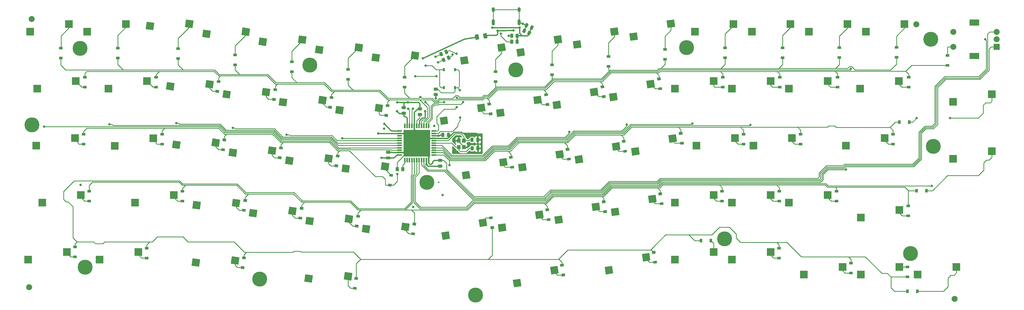
<source format=gbl>
G04 #@! TF.GenerationSoftware,KiCad,Pcbnew,(5.1.9)-1*
G04 #@! TF.CreationDate,2021-06-30T07:56:35+01:00*
G04 #@! TF.ProjectId,Paul-PCB-KICAD,5061756c-2d50-4434-922d-4b494341442e,rev?*
G04 #@! TF.SameCoordinates,Original*
G04 #@! TF.FileFunction,Copper,L2,Bot*
G04 #@! TF.FilePolarity,Positive*
%FSLAX46Y46*%
G04 Gerber Fmt 4.6, Leading zero omitted, Abs format (unit mm)*
G04 Created by KiCad (PCBNEW (5.1.9)-1) date 2021-06-30 07:56:35*
%MOMM*%
%LPD*%
G01*
G04 APERTURE LIST*
G04 #@! TA.AperFunction,ComponentPad*
%ADD10C,2.000000*%
G04 #@! TD*
G04 #@! TA.AperFunction,SMDPad,CuDef*
%ADD11R,0.750000X1.000000*%
G04 #@! TD*
G04 #@! TA.AperFunction,SMDPad,CuDef*
%ADD12R,2.550000X2.500000*%
G04 #@! TD*
G04 #@! TA.AperFunction,SMDPad,CuDef*
%ADD13C,0.100000*%
G04 #@! TD*
G04 #@! TA.AperFunction,ComponentPad*
%ADD14C,5.000000*%
G04 #@! TD*
G04 #@! TA.AperFunction,ComponentPad*
%ADD15R,3.200000X2.000000*%
G04 #@! TD*
G04 #@! TA.AperFunction,ComponentPad*
%ADD16R,2.000000X2.000000*%
G04 #@! TD*
G04 #@! TA.AperFunction,ComponentPad*
%ADD17O,1.000000X1.600000*%
G04 #@! TD*
G04 #@! TA.AperFunction,ComponentPad*
%ADD18O,1.000000X2.100000*%
G04 #@! TD*
G04 #@! TA.AperFunction,SMDPad,CuDef*
%ADD19R,1.200000X1.400000*%
G04 #@! TD*
G04 #@! TA.AperFunction,SMDPad,CuDef*
%ADD20R,0.900000X1.200000*%
G04 #@! TD*
G04 #@! TA.AperFunction,SMDPad,CuDef*
%ADD21R,1.200000X0.900000*%
G04 #@! TD*
G04 #@! TA.AperFunction,SMDPad,CuDef*
%ADD22R,0.550000X1.500000*%
G04 #@! TD*
G04 #@! TA.AperFunction,SMDPad,CuDef*
%ADD23R,1.500000X0.550000*%
G04 #@! TD*
G04 #@! TA.AperFunction,ViaPad*
%ADD24C,0.800000*%
G04 #@! TD*
G04 #@! TA.AperFunction,Conductor*
%ADD25C,0.500000*%
G04 #@! TD*
G04 #@! TA.AperFunction,Conductor*
%ADD26C,0.400000*%
G04 #@! TD*
G04 #@! TA.AperFunction,Conductor*
%ADD27C,0.250000*%
G04 #@! TD*
G04 #@! TA.AperFunction,Conductor*
%ADD28C,0.350000*%
G04 #@! TD*
G04 #@! TA.AperFunction,Conductor*
%ADD29C,0.254000*%
G04 #@! TD*
G04 #@! TA.AperFunction,Conductor*
%ADD30C,0.100000*%
G04 #@! TD*
G04 APERTURE END LIST*
D10*
X296690000Y88250000D03*
X1090000Y90020000D03*
X240000Y290000D03*
X309470000Y-3590000D03*
D11*
X142570000Y67050000D03*
X142570000Y73050000D03*
X138820000Y67050000D03*
X138820000Y73050000D03*
D12*
X235085000Y66687500D03*
X248012000Y69227500D03*
G04 #@! TA.AperFunction,SMDPad,CuDef*
D13*
G36*
X71165587Y84677124D02*
G01*
X71513520Y87152794D01*
X74038703Y86797902D01*
X73690770Y84322232D01*
X71165587Y84677124D01*
G37*
G04 #@! TD.AperFunction*
G04 #@! TA.AperFunction,SMDPad,CuDef*
G36*
X58010892Y83960933D02*
G01*
X58358825Y86436603D01*
X60884008Y86081711D01*
X60536075Y83606041D01*
X58010892Y83960933D01*
G37*
G04 #@! TD.AperFunction*
G04 #@! TA.AperFunction,SMDPad,CuDef*
G36*
X92479925Y21393985D02*
G01*
X92827858Y23869655D01*
X95353041Y23514763D01*
X95005108Y21039093D01*
X92479925Y21393985D01*
G37*
G04 #@! TD.AperFunction*
G04 #@! TA.AperFunction,SMDPad,CuDef*
G36*
X105634620Y22110176D02*
G01*
X105982553Y24585846D01*
X108507736Y24230954D01*
X108159803Y21755284D01*
X105634620Y22110176D01*
G37*
G04 #@! TD.AperFunction*
D12*
X279838750Y85757500D03*
X292765750Y88297500D03*
G04 #@! TA.AperFunction,SMDPad,CuDef*
D13*
G36*
X114590892Y76010933D02*
G01*
X114938825Y78486603D01*
X117464008Y78131711D01*
X117116075Y75656041D01*
X114590892Y76010933D01*
G37*
G04 #@! TD.AperFunction*
G04 #@! TA.AperFunction,SMDPad,CuDef*
G36*
X127745587Y76727124D02*
G01*
X128093520Y79202794D01*
X130618703Y78847902D01*
X130270770Y76372232D01*
X127745587Y76727124D01*
G37*
G04 #@! TD.AperFunction*
D12*
X297165000Y4600000D03*
X310092000Y7140000D03*
X278135000Y4590000D03*
X291062000Y7130000D03*
X259105000Y4600000D03*
X272032000Y7140000D03*
X235095000Y9550000D03*
X248022000Y12090000D03*
X216025000Y9550000D03*
X228952000Y12090000D03*
G04 #@! TA.AperFunction,SMDPad,CuDef*
D13*
G36*
X192877102Y4592086D02*
G01*
X192529169Y7067756D01*
X195054352Y7422648D01*
X195402285Y4946978D01*
X192877102Y4592086D01*
G37*
G04 #@! TD.AperFunction*
G04 #@! TA.AperFunction,SMDPad,CuDef*
G36*
X205324798Y8906458D02*
G01*
X204976865Y11382128D01*
X207502048Y11737020D01*
X207849981Y9261350D01*
X205324798Y8906458D01*
G37*
G04 #@! TD.AperFunction*
G04 #@! TA.AperFunction,SMDPad,CuDef*
G36*
X138348186Y16165762D02*
G01*
X138000253Y18641432D01*
X140525436Y18996324D01*
X140873369Y16520654D01*
X138348186Y16165762D01*
G37*
G04 #@! TD.AperFunction*
G04 #@! TA.AperFunction,SMDPad,CuDef*
G36*
X150795882Y20480134D02*
G01*
X150447949Y22955804D01*
X152973132Y23310696D01*
X153321065Y20835026D01*
X150795882Y20480134D01*
G37*
G04 #@! TD.AperFunction*
D12*
X308995000Y43280000D03*
X321922000Y45820000D03*
X278135000Y23640000D03*
X291062000Y26180000D03*
X254135000Y28587500D03*
X267062000Y31127500D03*
X235085000Y28587500D03*
X248012000Y31127500D03*
X216035000Y28587500D03*
X228962000Y31127500D03*
G04 #@! TA.AperFunction,SMDPad,CuDef*
D13*
G36*
X194942006Y24119505D02*
G01*
X194594073Y26595175D01*
X197119256Y26950067D01*
X197467189Y24474397D01*
X194942006Y24119505D01*
G37*
G04 #@! TD.AperFunction*
G04 #@! TA.AperFunction,SMDPad,CuDef*
G36*
X207389702Y28433877D02*
G01*
X207041769Y30909547D01*
X209566952Y31264439D01*
X209914885Y28788769D01*
X207389702Y28433877D01*
G37*
G04 #@! TD.AperFunction*
G04 #@! TA.AperFunction,SMDPad,CuDef*
G36*
X176077399Y21468257D02*
G01*
X175729466Y23943927D01*
X178254649Y24298819D01*
X178602582Y21823149D01*
X176077399Y21468257D01*
G37*
G04 #@! TD.AperFunction*
G04 #@! TA.AperFunction,SMDPad,CuDef*
G36*
X188525095Y25782629D02*
G01*
X188177162Y28258299D01*
X190702345Y28613191D01*
X191050278Y26137521D01*
X188525095Y25782629D01*
G37*
G04 #@! TD.AperFunction*
G04 #@! TA.AperFunction,SMDPad,CuDef*
G36*
X157212793Y18817010D02*
G01*
X156864860Y21292680D01*
X159390043Y21647572D01*
X159737976Y19171902D01*
X157212793Y18817010D01*
G37*
G04 #@! TD.AperFunction*
G04 #@! TA.AperFunction,SMDPad,CuDef*
G36*
X169660489Y23131382D02*
G01*
X169312556Y25607052D01*
X171837739Y25961944D01*
X172185672Y23486274D01*
X169660489Y23131382D01*
G37*
G04 #@! TD.AperFunction*
G04 #@! TA.AperFunction,SMDPad,CuDef*
G36*
X111344532Y18742737D02*
G01*
X111692465Y21218407D01*
X114217648Y20863515D01*
X113869715Y18387845D01*
X111344532Y18742737D01*
G37*
G04 #@! TD.AperFunction*
G04 #@! TA.AperFunction,SMDPad,CuDef*
G36*
X124499227Y19458928D02*
G01*
X124847160Y21934598D01*
X127372343Y21579706D01*
X127024410Y19104036D01*
X124499227Y19458928D01*
G37*
G04 #@! TD.AperFunction*
G04 #@! TA.AperFunction,SMDPad,CuDef*
G36*
X73615319Y24045232D02*
G01*
X73963252Y26520902D01*
X76488435Y26166010D01*
X76140502Y23690340D01*
X73615319Y24045232D01*
G37*
G04 #@! TD.AperFunction*
G04 #@! TA.AperFunction,SMDPad,CuDef*
G36*
X86770014Y24761423D02*
G01*
X87117947Y27237093D01*
X89643130Y26882201D01*
X89295197Y24406531D01*
X86770014Y24761423D01*
G37*
G04 #@! TD.AperFunction*
G04 #@! TA.AperFunction,SMDPad,CuDef*
G36*
X54750712Y26696480D02*
G01*
X55098645Y29172150D01*
X57623828Y28817258D01*
X57275895Y26341588D01*
X54750712Y26696480D01*
G37*
G04 #@! TD.AperFunction*
G04 #@! TA.AperFunction,SMDPad,CuDef*
G36*
X67905407Y27412671D02*
G01*
X68253340Y29888341D01*
X70778523Y29533449D01*
X70430590Y27057779D01*
X67905407Y27412671D01*
G37*
G04 #@! TD.AperFunction*
D12*
X35635000Y28580000D03*
X48562000Y31120000D03*
X308995000Y62300000D03*
X321922000Y64840000D03*
X242228750Y47637500D03*
X255155750Y50177500D03*
X223178750Y47637500D03*
X236105750Y50177500D03*
G04 #@! TA.AperFunction,SMDPad,CuDef*
D13*
G36*
X201723062Y44309735D02*
G01*
X201375129Y46785405D01*
X203900312Y47140297D01*
X204248245Y44664627D01*
X201723062Y44309735D01*
G37*
G04 #@! TD.AperFunction*
G04 #@! TA.AperFunction,SMDPad,CuDef*
G36*
X214170758Y48624107D02*
G01*
X213822825Y51099777D01*
X216348008Y51454669D01*
X216695941Y48978999D01*
X214170758Y48624107D01*
G37*
G04 #@! TD.AperFunction*
G04 #@! TA.AperFunction,SMDPad,CuDef*
G36*
X182858455Y41658488D02*
G01*
X182510522Y44134158D01*
X185035705Y44489050D01*
X185383638Y42013380D01*
X182858455Y41658488D01*
G37*
G04 #@! TD.AperFunction*
G04 #@! TA.AperFunction,SMDPad,CuDef*
G36*
X195306151Y45972860D02*
G01*
X194958218Y48448530D01*
X197483401Y48803422D01*
X197831334Y46327752D01*
X195306151Y45972860D01*
G37*
G04 #@! TD.AperFunction*
G04 #@! TA.AperFunction,SMDPad,CuDef*
G36*
X163993848Y39007240D02*
G01*
X163645915Y41482910D01*
X166171098Y41837802D01*
X166519031Y39362132D01*
X163993848Y39007240D01*
G37*
G04 #@! TD.AperFunction*
G04 #@! TA.AperFunction,SMDPad,CuDef*
G36*
X176441544Y43321612D02*
G01*
X176093611Y45797282D01*
X178618794Y46152174D01*
X178966727Y43676504D01*
X176441544Y43321612D01*
G37*
G04 #@! TD.AperFunction*
G04 #@! TA.AperFunction,SMDPad,CuDef*
G36*
X145129242Y36355993D02*
G01*
X144781309Y38831663D01*
X147306492Y39186555D01*
X147654425Y36710885D01*
X145129242Y36355993D01*
G37*
G04 #@! TD.AperFunction*
G04 #@! TA.AperFunction,SMDPad,CuDef*
G36*
X157576938Y40670365D02*
G01*
X157229005Y43146035D01*
X159754188Y43500927D01*
X160102121Y41025257D01*
X157576938Y40670365D01*
G37*
G04 #@! TD.AperFunction*
G04 #@! TA.AperFunction,SMDPad,CuDef*
G36*
X104563476Y38932968D02*
G01*
X104911409Y41408638D01*
X107436592Y41053746D01*
X107088659Y38578076D01*
X104563476Y38932968D01*
G37*
G04 #@! TD.AperFunction*
G04 #@! TA.AperFunction,SMDPad,CuDef*
G36*
X117718171Y39649159D02*
G01*
X118066104Y42124829D01*
X120591287Y41769937D01*
X120243354Y39294267D01*
X117718171Y39649159D01*
G37*
G04 #@! TD.AperFunction*
G04 #@! TA.AperFunction,SMDPad,CuDef*
G36*
X85698870Y41584215D02*
G01*
X86046803Y44059885D01*
X88571986Y43704993D01*
X88224053Y41229323D01*
X85698870Y41584215D01*
G37*
G04 #@! TD.AperFunction*
G04 #@! TA.AperFunction,SMDPad,CuDef*
G36*
X98853565Y42300406D02*
G01*
X99201498Y44776076D01*
X101726681Y44421184D01*
X101378748Y41945514D01*
X98853565Y42300406D01*
G37*
G04 #@! TD.AperFunction*
G04 #@! TA.AperFunction,SMDPad,CuDef*
G36*
X66834263Y44235463D02*
G01*
X67182196Y46711133D01*
X69707379Y46356241D01*
X69359446Y43880571D01*
X66834263Y44235463D01*
G37*
G04 #@! TD.AperFunction*
G04 #@! TA.AperFunction,SMDPad,CuDef*
G36*
X79988958Y44951654D02*
G01*
X80336891Y47427324D01*
X82862074Y47072432D01*
X82514141Y44596762D01*
X79988958Y44951654D01*
G37*
G04 #@! TD.AperFunction*
G04 #@! TA.AperFunction,SMDPad,CuDef*
G36*
X47969656Y46886710D02*
G01*
X48317589Y49362380D01*
X50842772Y49007488D01*
X50494839Y46531818D01*
X47969656Y46886710D01*
G37*
G04 #@! TD.AperFunction*
G04 #@! TA.AperFunction,SMDPad,CuDef*
G36*
X61124351Y47602901D02*
G01*
X61472284Y50078571D01*
X63997467Y49723679D01*
X63649534Y47248009D01*
X61124351Y47602901D01*
G37*
G04 #@! TD.AperFunction*
D12*
X28805000Y47600000D03*
X41732000Y50140000D03*
X254135000Y66687500D03*
X267062000Y69227500D03*
X216035000Y66687500D03*
X228962000Y69227500D03*
G04 #@! TA.AperFunction,SMDPad,CuDef*
D13*
G36*
X194355663Y62511530D02*
G01*
X194007730Y64987200D01*
X196532913Y65342092D01*
X196880846Y62866422D01*
X194355663Y62511530D01*
G37*
G04 #@! TD.AperFunction*
G04 #@! TA.AperFunction,SMDPad,CuDef*
G36*
X206803359Y66825902D02*
G01*
X206455426Y69301572D01*
X208980609Y69656464D01*
X209328542Y67180794D01*
X206803359Y66825902D01*
G37*
G04 #@! TD.AperFunction*
G04 #@! TA.AperFunction,SMDPad,CuDef*
G36*
X175491056Y59860283D02*
G01*
X175143123Y62335953D01*
X177668306Y62690845D01*
X178016239Y60215175D01*
X175491056Y59860283D01*
G37*
G04 #@! TD.AperFunction*
G04 #@! TA.AperFunction,SMDPad,CuDef*
G36*
X187938752Y64174655D02*
G01*
X187590819Y66650325D01*
X190116002Y67005217D01*
X190463935Y64529547D01*
X187938752Y64174655D01*
G37*
G04 #@! TD.AperFunction*
G04 #@! TA.AperFunction,SMDPad,CuDef*
G36*
X156626449Y57209035D02*
G01*
X156278516Y59684705D01*
X158803699Y60039597D01*
X159151632Y57563927D01*
X156626449Y57209035D01*
G37*
G04 #@! TD.AperFunction*
G04 #@! TA.AperFunction,SMDPad,CuDef*
G36*
X169074145Y61523407D02*
G01*
X168726212Y63999077D01*
X171251395Y64353969D01*
X171599328Y61878299D01*
X169074145Y61523407D01*
G37*
G04 #@! TD.AperFunction*
G04 #@! TA.AperFunction,SMDPad,CuDef*
G36*
X137761843Y54557787D02*
G01*
X137413910Y57033457D01*
X139939093Y57388349D01*
X140287026Y54912679D01*
X137761843Y54557787D01*
G37*
G04 #@! TD.AperFunction*
G04 #@! TA.AperFunction,SMDPad,CuDef*
G36*
X150209539Y58872159D02*
G01*
X149861606Y61347829D01*
X152386789Y61702721D01*
X152734722Y59227051D01*
X150209539Y58872159D01*
G37*
G04 #@! TD.AperFunction*
G04 #@! TA.AperFunction,SMDPad,CuDef*
G36*
X102498572Y58460386D02*
G01*
X102846505Y60936056D01*
X105371688Y60581164D01*
X105023755Y58105494D01*
X102498572Y58460386D01*
G37*
G04 #@! TD.AperFunction*
G04 #@! TA.AperFunction,SMDPad,CuDef*
G36*
X115653267Y59176577D02*
G01*
X116001200Y61652247D01*
X118526383Y61297355D01*
X118178450Y58821685D01*
X115653267Y59176577D01*
G37*
G04 #@! TD.AperFunction*
G04 #@! TA.AperFunction,SMDPad,CuDef*
G36*
X83633965Y61111634D02*
G01*
X83981898Y63587304D01*
X86507081Y63232412D01*
X86159148Y60756742D01*
X83633965Y61111634D01*
G37*
G04 #@! TD.AperFunction*
G04 #@! TA.AperFunction,SMDPad,CuDef*
G36*
X96788660Y61827825D02*
G01*
X97136593Y64303495D01*
X99661776Y63948603D01*
X99313843Y61472933D01*
X96788660Y61827825D01*
G37*
G04 #@! TD.AperFunction*
G04 #@! TA.AperFunction,SMDPad,CuDef*
G36*
X64769359Y63762881D02*
G01*
X65117292Y66238551D01*
X67642475Y65883659D01*
X67294542Y63407989D01*
X64769359Y63762881D01*
G37*
G04 #@! TD.AperFunction*
G04 #@! TA.AperFunction,SMDPad,CuDef*
G36*
X77924054Y64479072D02*
G01*
X78271987Y66954742D01*
X80797170Y66599850D01*
X80449237Y64124180D01*
X77924054Y64479072D01*
G37*
G04 #@! TD.AperFunction*
G04 #@! TA.AperFunction,SMDPad,CuDef*
G36*
X45904752Y66414129D02*
G01*
X46252685Y68889799D01*
X48777868Y68534907D01*
X48429935Y66059237D01*
X45904752Y66414129D01*
G37*
G04 #@! TD.AperFunction*
G04 #@! TA.AperFunction,SMDPad,CuDef*
G36*
X59059447Y67130320D02*
G01*
X59407380Y69605990D01*
X61932563Y69251098D01*
X61584630Y66775428D01*
X59059447Y67130320D01*
G37*
G04 #@! TD.AperFunction*
D12*
X26685000Y66680000D03*
X39612000Y69220000D03*
X260788750Y85757500D03*
X273715750Y88297500D03*
X241738750Y85757500D03*
X254665750Y88297500D03*
X222688750Y85757500D03*
X235615750Y88297500D03*
G04 #@! TA.AperFunction,SMDPad,CuDef*
D13*
G36*
X201136718Y82701761D02*
G01*
X200788785Y85177431D01*
X203313968Y85532323D01*
X203661901Y83056653D01*
X201136718Y82701761D01*
G37*
G04 #@! TD.AperFunction*
G04 #@! TA.AperFunction,SMDPad,CuDef*
G36*
X213584414Y87016133D02*
G01*
X213236481Y89491803D01*
X215761664Y89846695D01*
X216109597Y87371025D01*
X213584414Y87016133D01*
G37*
G04 #@! TD.AperFunction*
G04 #@! TA.AperFunction,SMDPad,CuDef*
G36*
X182272112Y80050513D02*
G01*
X181924179Y82526183D01*
X184449362Y82881075D01*
X184797295Y80405405D01*
X182272112Y80050513D01*
G37*
G04 #@! TD.AperFunction*
G04 #@! TA.AperFunction,SMDPad,CuDef*
G36*
X194719808Y84364885D02*
G01*
X194371875Y86840555D01*
X196897058Y87195447D01*
X197244991Y84719777D01*
X194719808Y84364885D01*
G37*
G04 #@! TD.AperFunction*
G04 #@! TA.AperFunction,SMDPad,CuDef*
G36*
X163407505Y77399265D02*
G01*
X163059572Y79874935D01*
X165584755Y80229827D01*
X165932688Y77754157D01*
X163407505Y77399265D01*
G37*
G04 #@! TD.AperFunction*
G04 #@! TA.AperFunction,SMDPad,CuDef*
G36*
X175855201Y81713637D02*
G01*
X175507268Y84189307D01*
X178032451Y84544199D01*
X178380384Y82068529D01*
X175855201Y81713637D01*
G37*
G04 #@! TD.AperFunction*
G04 #@! TA.AperFunction,SMDPad,CuDef*
G36*
X144542898Y74748018D02*
G01*
X144194965Y77223688D01*
X146720148Y77578580D01*
X147068081Y75102910D01*
X144542898Y74748018D01*
G37*
G04 #@! TD.AperFunction*
G04 #@! TA.AperFunction,SMDPad,CuDef*
G36*
X156990594Y79062390D02*
G01*
X156642661Y81538060D01*
X159167844Y81892952D01*
X159515777Y79417282D01*
X156990594Y79062390D01*
G37*
G04 #@! TD.AperFunction*
G04 #@! TA.AperFunction,SMDPad,CuDef*
G36*
X95740892Y78650933D02*
G01*
X96088825Y81126603D01*
X98614008Y80771711D01*
X98266075Y78296041D01*
X95740892Y78650933D01*
G37*
G04 #@! TD.AperFunction*
G04 #@! TA.AperFunction,SMDPad,CuDef*
G36*
X108895587Y79367124D02*
G01*
X109243520Y81842794D01*
X111768703Y81487902D01*
X111420770Y79012232D01*
X108895587Y79367124D01*
G37*
G04 #@! TD.AperFunction*
G04 #@! TA.AperFunction,SMDPad,CuDef*
G36*
X76860892Y81310933D02*
G01*
X77208825Y83786603D01*
X79734008Y83431711D01*
X79386075Y80956041D01*
X76860892Y81310933D01*
G37*
G04 #@! TD.AperFunction*
G04 #@! TA.AperFunction,SMDPad,CuDef*
G36*
X90015587Y82027124D02*
G01*
X90363520Y84502794D01*
X92888703Y84147902D01*
X92540770Y81672232D01*
X90015587Y82027124D01*
G37*
G04 #@! TD.AperFunction*
G04 #@! TA.AperFunction,SMDPad,CuDef*
G36*
X39140892Y86600933D02*
G01*
X39488825Y89076603D01*
X42014008Y88721711D01*
X41666075Y86246041D01*
X39140892Y86600933D01*
G37*
G04 #@! TD.AperFunction*
G04 #@! TA.AperFunction,SMDPad,CuDef*
G36*
X52295587Y87317124D02*
G01*
X52643520Y89792794D01*
X55168703Y89437902D01*
X54820770Y86962232D01*
X52295587Y87317124D01*
G37*
G04 #@! TD.AperFunction*
D12*
X19625000Y85750000D03*
X32552000Y88290000D03*
X585000Y85720000D03*
X13512000Y88260000D03*
X277947500Y66687500D03*
X290874500Y69227500D03*
X2875000Y66680000D03*
X15802000Y69220000D03*
X4585000Y28570000D03*
X17512000Y31110000D03*
X273185000Y47637500D03*
X286112000Y50177500D03*
X2575000Y47620000D03*
X15502000Y50160000D03*
G04 #@! TA.AperFunction,SMDPad,CuDef*
D13*
G36*
X54457540Y7500467D02*
G01*
X54805473Y9976137D01*
X57330656Y9621245D01*
X56982723Y7145575D01*
X54457540Y7500467D01*
G37*
G04 #@! TD.AperFunction*
G04 #@! TA.AperFunction,SMDPad,CuDef*
G36*
X67612235Y8216658D02*
G01*
X67960168Y10692328D01*
X70485351Y10337436D01*
X70137418Y7861766D01*
X67612235Y8216658D01*
G37*
G04 #@! TD.AperFunction*
D12*
X23735000Y9540000D03*
X36662000Y12080000D03*
X-105000Y9520000D03*
X12822000Y12060000D03*
G04 #@! TA.AperFunction,SMDPad,CuDef*
D13*
G36*
X162222116Y283809D02*
G01*
X161874183Y2759479D01*
X164399366Y3114371D01*
X164747299Y638701D01*
X162222116Y283809D01*
G37*
G04 #@! TD.AperFunction*
G04 #@! TA.AperFunction,SMDPad,CuDef*
G36*
X174669812Y4598181D02*
G01*
X174321879Y7073851D01*
X176847062Y7428743D01*
X177194995Y4953073D01*
X174669812Y4598181D01*
G37*
G04 #@! TD.AperFunction*
G04 #@! TA.AperFunction,SMDPad,CuDef*
G36*
X92186754Y2197972D02*
G01*
X92534687Y4673642D01*
X95059870Y4318750D01*
X94711937Y1843080D01*
X92186754Y2197972D01*
G37*
G04 #@! TD.AperFunction*
G04 #@! TA.AperFunction,SMDPad,CuDef*
G36*
X105341449Y2914163D02*
G01*
X105689382Y5389833D01*
X108214565Y5034941D01*
X107866632Y2559271D01*
X105341449Y2914163D01*
G37*
G04 #@! TD.AperFunction*
D14*
X133136887Y35392650D03*
X77258161Y3003314D03*
X219885384Y80385180D03*
X18906250Y7000000D03*
X162859822Y72980677D03*
X294750250Y11573500D03*
X93981649Y74572360D03*
X149396946Y-2325869D03*
X302349875Y47386750D03*
X17192000Y80200000D03*
X232647250Y16524999D03*
X301512250Y83200000D03*
X1152800Y54625000D03*
D10*
X309080000Y85700000D03*
X309080000Y80700000D03*
D15*
X316080000Y88800000D03*
X316080000Y77600000D03*
D10*
X323580000Y85700000D03*
X323580000Y83200000D03*
D16*
X323580000Y80700000D03*
G04 #@! TA.AperFunction,SMDPad,CuDef*
G36*
G01*
X161992500Y82850002D02*
X161992500Y81949998D01*
G75*
G02*
X161742502Y81700000I-249998J0D01*
G01*
X161217498Y81700000D01*
G75*
G02*
X160967500Y81949998I0J249998D01*
G01*
X160967500Y82850002D01*
G75*
G02*
X161217498Y83100000I249998J0D01*
G01*
X161742502Y83100000D01*
G75*
G02*
X161992500Y82850002I0J-249998D01*
G01*
G37*
G04 #@! TD.AperFunction*
G04 #@! TA.AperFunction,SMDPad,CuDef*
G36*
G01*
X163817500Y82850002D02*
X163817500Y81949998D01*
G75*
G02*
X163567502Y81700000I-249998J0D01*
G01*
X163042498Y81700000D01*
G75*
G02*
X162792500Y81949998I0J249998D01*
G01*
X162792500Y82850002D01*
G75*
G02*
X163042498Y83100000I249998J0D01*
G01*
X163567502Y83100000D01*
G75*
G02*
X163817500Y82850002I0J-249998D01*
G01*
G37*
G04 #@! TD.AperFunction*
G04 #@! TA.AperFunction,SMDPad,CuDef*
G36*
G01*
X163817500Y84840002D02*
X163817500Y83939998D01*
G75*
G02*
X163567502Y83690000I-249998J0D01*
G01*
X163042498Y83690000D01*
G75*
G02*
X162792500Y83939998I0J249998D01*
G01*
X162792500Y84840002D01*
G75*
G02*
X163042498Y85090000I249998J0D01*
G01*
X163567502Y85090000D01*
G75*
G02*
X163817500Y84840002I0J-249998D01*
G01*
G37*
G04 #@! TD.AperFunction*
G04 #@! TA.AperFunction,SMDPad,CuDef*
G36*
G01*
X161992500Y84840002D02*
X161992500Y83939998D01*
G75*
G02*
X161742502Y83690000I-249998J0D01*
G01*
X161217498Y83690000D01*
G75*
G02*
X160967500Y83939998I0J249998D01*
G01*
X160967500Y84840002D01*
G75*
G02*
X161217498Y85090000I249998J0D01*
G01*
X161742502Y85090000D01*
G75*
G02*
X161992500Y84840002I0J-249998D01*
G01*
G37*
G04 #@! TD.AperFunction*
G04 #@! TA.AperFunction,SMDPad,CuDef*
G36*
G01*
X166304431Y86248320D02*
X165945555Y85422963D01*
G75*
G02*
X165616606Y85293386I-229263J99686D01*
G01*
X165135146Y85502731D01*
G75*
G02*
X165005569Y85831680I99686J229263D01*
G01*
X165364445Y86657037D01*
G75*
G02*
X165693394Y86786614I229263J-99686D01*
G01*
X166174854Y86577269D01*
G75*
G02*
X166304431Y86248320I-99686J-229263D01*
G01*
G37*
G04 #@! TD.AperFunction*
G04 #@! TA.AperFunction,SMDPad,CuDef*
G36*
G01*
X167978065Y85520602D02*
X167619189Y84695245D01*
G75*
G02*
X167290240Y84565668I-229263J99686D01*
G01*
X166808780Y84775013D01*
G75*
G02*
X166679203Y85103962I99686J229263D01*
G01*
X167038079Y85929319D01*
G75*
G02*
X167367028Y86058896I229263J-99686D01*
G01*
X167848488Y85849551D01*
G75*
G02*
X167978065Y85520602I-99686J-229263D01*
G01*
G37*
G04 #@! TD.AperFunction*
G04 #@! TA.AperFunction,SMDPad,CuDef*
G36*
G01*
X167077936Y88101229D02*
X166699124Y87230022D01*
G75*
G02*
X166370172Y87100444I-229265J99687D01*
G01*
X165911642Y87299819D01*
G75*
G02*
X165782064Y87628771I99687J229265D01*
G01*
X166160876Y88499978D01*
G75*
G02*
X166489828Y88629556I229265J-99687D01*
G01*
X166948358Y88430181D01*
G75*
G02*
X167077936Y88101229I-99687J-229265D01*
G01*
G37*
G04 #@! TD.AperFunction*
G04 #@! TA.AperFunction,SMDPad,CuDef*
G36*
G01*
X168820350Y87343605D02*
X168441538Y86472398D01*
G75*
G02*
X168112586Y86342820I-229265J99687D01*
G01*
X167654056Y86542195D01*
G75*
G02*
X167524478Y86871147I99687J229265D01*
G01*
X167903290Y87742354D01*
G75*
G02*
X168232242Y87871932I229265J-99687D01*
G01*
X168690772Y87672557D01*
G75*
G02*
X168820350Y87343605I-99687J-229265D01*
G01*
G37*
G04 #@! TD.AperFunction*
D17*
X155310000Y93080000D03*
X163950000Y93080000D03*
D18*
X155310000Y88900000D03*
X163950000Y88900000D03*
D19*
X143780000Y47120000D03*
X143780000Y49320000D03*
X145480000Y49320000D03*
X145480000Y47120000D03*
G04 #@! TA.AperFunction,SMDPad,CuDef*
G36*
G01*
X124550000Y39349998D02*
X124550000Y40250002D01*
G75*
G02*
X124799998Y40500000I249998J0D01*
G01*
X125325002Y40500000D01*
G75*
G02*
X125575000Y40250002I0J-249998D01*
G01*
X125575000Y39349998D01*
G75*
G02*
X125325002Y39100000I-249998J0D01*
G01*
X124799998Y39100000D01*
G75*
G02*
X124550000Y39349998I0J249998D01*
G01*
G37*
G04 #@! TD.AperFunction*
G04 #@! TA.AperFunction,SMDPad,CuDef*
G36*
G01*
X122725000Y39349998D02*
X122725000Y40250002D01*
G75*
G02*
X122974998Y40500000I249998J0D01*
G01*
X123500002Y40500000D01*
G75*
G02*
X123750000Y40250002I0J-249998D01*
G01*
X123750000Y39349998D01*
G75*
G02*
X123500002Y39100000I-249998J0D01*
G01*
X122974998Y39100000D01*
G75*
G02*
X122725000Y39349998I0J249998D01*
G01*
G37*
G04 #@! TD.AperFunction*
G04 #@! TA.AperFunction,SMDPad,CuDef*
G36*
G01*
X136550002Y66037500D02*
X135649998Y66037500D01*
G75*
G02*
X135400000Y66287498I0J249998D01*
G01*
X135400000Y66812502D01*
G75*
G02*
X135649998Y67062500I249998J0D01*
G01*
X136550002Y67062500D01*
G75*
G02*
X136800000Y66812502I0J-249998D01*
G01*
X136800000Y66287498D01*
G75*
G02*
X136550002Y66037500I-249998J0D01*
G01*
G37*
G04 #@! TD.AperFunction*
G04 #@! TA.AperFunction,SMDPad,CuDef*
G36*
G01*
X136550002Y64212500D02*
X135649998Y64212500D01*
G75*
G02*
X135400000Y64462498I0J249998D01*
G01*
X135400000Y64987502D01*
G75*
G02*
X135649998Y65237500I249998J0D01*
G01*
X136550002Y65237500D01*
G75*
G02*
X136800000Y64987502I0J-249998D01*
G01*
X136800000Y64462498D01*
G75*
G02*
X136550002Y64212500I-249998J0D01*
G01*
G37*
G04 #@! TD.AperFunction*
G04 #@! TA.AperFunction,SMDPad,CuDef*
G36*
G01*
X140109445Y76432963D02*
X139750569Y77258320D01*
G75*
G02*
X139880146Y77587269I229263J99686D01*
G01*
X140361606Y77796614D01*
G75*
G02*
X140690555Y77667037I99686J-229263D01*
G01*
X141049431Y76841680D01*
G75*
G02*
X140919854Y76512731I-229263J-99686D01*
G01*
X140438394Y76303386D01*
G75*
G02*
X140109445Y76432963I-99686J229263D01*
G01*
G37*
G04 #@! TD.AperFunction*
G04 #@! TA.AperFunction,SMDPad,CuDef*
G36*
G01*
X138435811Y75705245D02*
X138076935Y76530602D01*
G75*
G02*
X138206512Y76859551I229263J99686D01*
G01*
X138687972Y77068896D01*
G75*
G02*
X139016921Y76939319I99686J-229263D01*
G01*
X139375797Y76113962D01*
G75*
G02*
X139246220Y75785013I-229263J-99686D01*
G01*
X138764760Y75575668D01*
G75*
G02*
X138435811Y75705245I-99686J229263D01*
G01*
G37*
G04 #@! TD.AperFunction*
G04 #@! TA.AperFunction,SMDPad,CuDef*
G36*
G01*
X139309445Y78382963D02*
X138950569Y79208320D01*
G75*
G02*
X139080146Y79537269I229263J99686D01*
G01*
X139561606Y79746614D01*
G75*
G02*
X139890555Y79617037I99686J-229263D01*
G01*
X140249431Y78791680D01*
G75*
G02*
X140119854Y78462731I-229263J-99686D01*
G01*
X139638394Y78253386D01*
G75*
G02*
X139309445Y78382963I-99686J229263D01*
G01*
G37*
G04 #@! TD.AperFunction*
G04 #@! TA.AperFunction,SMDPad,CuDef*
G36*
G01*
X137635811Y77655245D02*
X137276935Y78480602D01*
G75*
G02*
X137406512Y78809551I229263J99686D01*
G01*
X137887972Y79018896D01*
G75*
G02*
X138216921Y78889319I99686J-229263D01*
G01*
X138575797Y78063962D01*
G75*
G02*
X138446220Y77735013I-229263J-99686D01*
G01*
X137964760Y77525668D01*
G75*
G02*
X137635811Y77655245I-99686J229263D01*
G01*
G37*
G04 #@! TD.AperFunction*
G04 #@! TA.AperFunction,SMDPad,CuDef*
G36*
G01*
X152118066Y83644100D02*
X151944099Y84881935D01*
G75*
G02*
X152156873Y85164295I247567J34793D01*
G01*
X152899574Y85268674D01*
G75*
G02*
X153181934Y85055900I34793J-247567D01*
G01*
X153355901Y83818065D01*
G75*
G02*
X153143127Y83535705I-247567J-34793D01*
G01*
X152400426Y83431326D01*
G75*
G02*
X152118066Y83644100I-34793J247567D01*
G01*
G37*
G04 #@! TD.AperFunction*
G04 #@! TA.AperFunction,SMDPad,CuDef*
G36*
G01*
X149345316Y83254416D02*
X149171349Y84492251D01*
G75*
G02*
X149384123Y84774611I247567J34793D01*
G01*
X150126824Y84878990D01*
G75*
G02*
X150409184Y84666216I34793J-247567D01*
G01*
X150583151Y83428381D01*
G75*
G02*
X150370377Y83146021I-247567J-34793D01*
G01*
X149627676Y83041642D01*
G75*
G02*
X149345316Y83254416I-34793J247567D01*
G01*
G37*
G04 #@! TD.AperFunction*
D20*
X297070000Y-1010000D03*
X293770000Y-1010000D03*
X300070000Y32590000D03*
X296770000Y32590000D03*
X294340000Y55540000D03*
X291040000Y55540000D03*
D21*
X307100000Y77800000D03*
X307100000Y74500000D03*
X290100000Y80500000D03*
X290100000Y77200000D03*
X294150000Y67200000D03*
X294150000Y70500000D03*
X271000000Y80400000D03*
X271000000Y77100000D03*
X293720000Y7130000D03*
X293720000Y3830000D03*
X294010000Y24200000D03*
X294010000Y27500000D03*
X288890000Y48140000D03*
X288890000Y51440000D03*
X270400000Y67200000D03*
X270400000Y70500000D03*
X252000000Y80350000D03*
X252000000Y77050000D03*
X274850000Y5090000D03*
X274850000Y8390000D03*
X270080000Y29110000D03*
X270080000Y32410000D03*
X257980000Y48150000D03*
X257980000Y51450000D03*
X251100000Y67200000D03*
X251100000Y70500000D03*
X232800000Y80350000D03*
X232800000Y77050000D03*
X250780000Y10050000D03*
X250780000Y13350000D03*
X250900000Y29100000D03*
X250900000Y32400000D03*
X238950000Y48175000D03*
X238950000Y51475000D03*
X232000000Y67200000D03*
X232000000Y70500000D03*
X212700000Y79850000D03*
X212700000Y76550000D03*
D20*
X228060000Y15890000D03*
X224760000Y15890000D03*
D21*
X231780000Y29080000D03*
X231780000Y32380000D03*
G04 #@! TA.AperFunction,SMDPad,CuDef*
D13*
G36*
X217752483Y48844233D02*
G01*
X218940805Y49011240D01*
X219066061Y48119999D01*
X217877739Y47952992D01*
X217752483Y48844233D01*
G37*
G04 #@! TD.AperFunction*
G04 #@! TA.AperFunction,SMDPad,CuDef*
G36*
X217293211Y52112117D02*
G01*
X218481533Y52279124D01*
X218606789Y51387883D01*
X217418467Y51220876D01*
X217293211Y52112117D01*
G37*
G04 #@! TD.AperFunction*
G04 #@! TA.AperFunction,SMDPad,CuDef*
G36*
X210472847Y67078175D02*
G01*
X211661169Y67245182D01*
X211786425Y66353941D01*
X210598103Y66186934D01*
X210472847Y67078175D01*
G37*
G04 #@! TD.AperFunction*
G04 #@! TA.AperFunction,SMDPad,CuDef*
G36*
X210013575Y70346059D02*
G01*
X211201897Y70513066D01*
X211327153Y69621825D01*
X210138831Y69454818D01*
X210013575Y70346059D01*
G37*
G04 #@! TD.AperFunction*
D21*
X193850000Y77450000D03*
X193850000Y74150000D03*
G04 #@! TA.AperFunction,SMDPad,CuDef*
D13*
G36*
X208763211Y9052117D02*
G01*
X209951533Y9219124D01*
X210076789Y8327883D01*
X208888467Y8160876D01*
X208763211Y9052117D01*
G37*
G04 #@! TD.AperFunction*
G04 #@! TA.AperFunction,SMDPad,CuDef*
G36*
X208303939Y12320001D02*
G01*
X209492261Y12487008D01*
X209617517Y11595767D01*
X208429195Y11428760D01*
X208303939Y12320001D01*
G37*
G04 #@! TD.AperFunction*
G04 #@! TA.AperFunction,SMDPad,CuDef*
G36*
X210932483Y28634233D02*
G01*
X212120805Y28801240D01*
X212246061Y27909999D01*
X211057739Y27742992D01*
X210932483Y28634233D01*
G37*
G04 #@! TD.AperFunction*
G04 #@! TA.AperFunction,SMDPad,CuDef*
G36*
X210473211Y31902117D02*
G01*
X211661533Y32069124D01*
X211786789Y31177883D01*
X210598467Y31010876D01*
X210473211Y31902117D01*
G37*
G04 #@! TD.AperFunction*
G04 #@! TA.AperFunction,SMDPad,CuDef*
G36*
X198727483Y46169233D02*
G01*
X199915805Y46336240D01*
X200041061Y45444999D01*
X198852739Y45277992D01*
X198727483Y46169233D01*
G37*
G04 #@! TD.AperFunction*
G04 #@! TA.AperFunction,SMDPad,CuDef*
G36*
X198268211Y49437117D02*
G01*
X199456533Y49604124D01*
X199581789Y48712883D01*
X198393467Y48545876D01*
X198268211Y49437117D01*
G37*
G04 #@! TD.AperFunction*
G04 #@! TA.AperFunction,SMDPad,CuDef*
G36*
X191593211Y64412117D02*
G01*
X192781533Y64579124D01*
X192906789Y63687883D01*
X191718467Y63520876D01*
X191593211Y64412117D01*
G37*
G04 #@! TD.AperFunction*
G04 #@! TA.AperFunction,SMDPad,CuDef*
G36*
X191133939Y67680001D02*
G01*
X192322261Y67847008D01*
X192447517Y66955767D01*
X191259195Y66788760D01*
X191133939Y67680001D01*
G37*
G04 #@! TD.AperFunction*
D21*
X174950000Y74700000D03*
X174950000Y71400000D03*
G04 #@! TA.AperFunction,SMDPad,CuDef*
D13*
G36*
X192032847Y25978175D02*
G01*
X193221169Y26145182D01*
X193346425Y25253941D01*
X192158103Y25086934D01*
X192032847Y25978175D01*
G37*
G04 #@! TD.AperFunction*
G04 #@! TA.AperFunction,SMDPad,CuDef*
G36*
X191573575Y29246059D02*
G01*
X192761897Y29413066D01*
X192887153Y28521825D01*
X191698831Y28354818D01*
X191573575Y29246059D01*
G37*
G04 #@! TD.AperFunction*
G04 #@! TA.AperFunction,SMDPad,CuDef*
G36*
X179927483Y43519233D02*
G01*
X181115805Y43686240D01*
X181241061Y42794999D01*
X180052739Y42627992D01*
X179927483Y43519233D01*
G37*
G04 #@! TD.AperFunction*
G04 #@! TA.AperFunction,SMDPad,CuDef*
G36*
X179468211Y46787117D02*
G01*
X180656533Y46954124D01*
X180781789Y46062883D01*
X179593467Y45895876D01*
X179468211Y46787117D01*
G37*
G04 #@! TD.AperFunction*
G04 #@! TA.AperFunction,SMDPad,CuDef*
G36*
X172763575Y61762117D02*
G01*
X173951897Y61929124D01*
X174077153Y61037883D01*
X172888831Y60870876D01*
X172763575Y61762117D01*
G37*
G04 #@! TD.AperFunction*
G04 #@! TA.AperFunction,SMDPad,CuDef*
G36*
X172304303Y65030001D02*
G01*
X173492625Y65197008D01*
X173617881Y64305767D01*
X172429559Y64138760D01*
X172304303Y65030001D01*
G37*
G04 #@! TD.AperFunction*
D21*
X156050000Y72350000D03*
X156050000Y69050000D03*
G04 #@! TA.AperFunction,SMDPad,CuDef*
D13*
G36*
X178082483Y4794233D02*
G01*
X179270805Y4961240D01*
X179396061Y4069999D01*
X178207739Y3902992D01*
X178082483Y4794233D01*
G37*
G04 #@! TD.AperFunction*
G04 #@! TA.AperFunction,SMDPad,CuDef*
G36*
X177623211Y8062117D02*
G01*
X178811533Y8229124D01*
X178936789Y7337883D01*
X177748467Y7170876D01*
X177623211Y8062117D01*
G37*
G04 #@! TD.AperFunction*
G04 #@! TA.AperFunction,SMDPad,CuDef*
G36*
X173162847Y23308175D02*
G01*
X174351169Y23475182D01*
X174476425Y22583941D01*
X173288103Y22416934D01*
X173162847Y23308175D01*
G37*
G04 #@! TD.AperFunction*
G04 #@! TA.AperFunction,SMDPad,CuDef*
G36*
X172703575Y26576059D02*
G01*
X173891897Y26743066D01*
X174017153Y25851825D01*
X172828831Y25684818D01*
X172703575Y26576059D01*
G37*
G04 #@! TD.AperFunction*
G04 #@! TA.AperFunction,SMDPad,CuDef*
G36*
X161018211Y40837117D02*
G01*
X162206533Y41004124D01*
X162331789Y40112883D01*
X161143467Y39945876D01*
X161018211Y40837117D01*
G37*
G04 #@! TD.AperFunction*
G04 #@! TA.AperFunction,SMDPad,CuDef*
G36*
X160558939Y44105001D02*
G01*
X161747261Y44272008D01*
X161872517Y43380767D01*
X160684195Y43213760D01*
X160558939Y44105001D01*
G37*
G04 #@! TD.AperFunction*
G04 #@! TA.AperFunction,SMDPad,CuDef*
G36*
X153772847Y58653175D02*
G01*
X154961169Y58820182D01*
X155086425Y57928941D01*
X153898103Y57761934D01*
X153772847Y58653175D01*
G37*
G04 #@! TD.AperFunction*
G04 #@! TA.AperFunction,SMDPad,CuDef*
G36*
X153313575Y61921059D02*
G01*
X154501897Y62088066D01*
X154627153Y61196825D01*
X153438831Y61029818D01*
X153313575Y61921059D01*
G37*
G04 #@! TD.AperFunction*
D21*
X125700000Y70550000D03*
X125700000Y67250000D03*
G04 #@! TA.AperFunction,SMDPad,CuDef*
D13*
G36*
X155167153Y23161825D02*
G01*
X153978831Y22994818D01*
X153853575Y23886059D01*
X155041897Y24053066D01*
X155167153Y23161825D01*
G37*
G04 #@! TD.AperFunction*
G04 #@! TA.AperFunction,SMDPad,CuDef*
G36*
X155626425Y19893941D02*
G01*
X154438103Y19726934D01*
X154312847Y20618175D01*
X155501169Y20785182D01*
X155626425Y19893941D01*
G37*
G04 #@! TD.AperFunction*
G04 #@! TA.AperFunction,SMDPad,CuDef*
G36*
X127969195Y18701240D02*
G01*
X129157517Y18534233D01*
X129032261Y17642992D01*
X127843939Y17809999D01*
X127969195Y18701240D01*
G37*
G04 #@! TD.AperFunction*
G04 #@! TA.AperFunction,SMDPad,CuDef*
G36*
X128428467Y21969124D02*
G01*
X129616789Y21802117D01*
X129491533Y20910876D01*
X128303211Y21077883D01*
X128428467Y21969124D01*
G37*
G04 #@! TD.AperFunction*
G04 #@! TA.AperFunction,SMDPad,CuDef*
G36*
X121711169Y37204818D02*
G01*
X120522847Y37371825D01*
X120648103Y38263066D01*
X121836425Y38096059D01*
X121711169Y37204818D01*
G37*
G04 #@! TD.AperFunction*
G04 #@! TA.AperFunction,SMDPad,CuDef*
G36*
X121251897Y33936934D02*
G01*
X120063575Y34103941D01*
X120188831Y34995182D01*
X121377153Y34828175D01*
X121251897Y33936934D01*
G37*
G04 #@! TD.AperFunction*
G04 #@! TA.AperFunction,SMDPad,CuDef*
G36*
X119009195Y58311240D02*
G01*
X120197517Y58144233D01*
X120072261Y57252992D01*
X118883939Y57419999D01*
X119009195Y58311240D01*
G37*
G04 #@! TD.AperFunction*
G04 #@! TA.AperFunction,SMDPad,CuDef*
G36*
X119468467Y61579124D02*
G01*
X120656789Y61412117D01*
X120531533Y60520876D01*
X119343211Y60687883D01*
X119468467Y61579124D01*
G37*
G04 #@! TD.AperFunction*
D21*
X106800000Y73150000D03*
X106800000Y69850000D03*
G04 #@! TA.AperFunction,SMDPad,CuDef*
D13*
G36*
X108519195Y531240D02*
G01*
X109707517Y364233D01*
X109582261Y-527008D01*
X108393939Y-360001D01*
X108519195Y531240D01*
G37*
G04 #@! TD.AperFunction*
G04 #@! TA.AperFunction,SMDPad,CuDef*
G36*
X108978467Y3799124D02*
G01*
X110166789Y3632117D01*
X110041533Y2740876D01*
X108853211Y2907883D01*
X108978467Y3799124D01*
G37*
G04 #@! TD.AperFunction*
G04 #@! TA.AperFunction,SMDPad,CuDef*
G36*
X109149195Y21281240D02*
G01*
X110337517Y21114233D01*
X110212261Y20222992D01*
X109023939Y20389999D01*
X109149195Y21281240D01*
G37*
G04 #@! TD.AperFunction*
G04 #@! TA.AperFunction,SMDPad,CuDef*
G36*
X109608467Y24549124D02*
G01*
X110796789Y24382117D01*
X110671533Y23490876D01*
X109483211Y23657883D01*
X109608467Y24549124D01*
G37*
G04 #@! TD.AperFunction*
G04 #@! TA.AperFunction,SMDPad,CuDef*
G36*
X102334195Y41436240D02*
G01*
X103522517Y41269233D01*
X103397261Y40377992D01*
X102208939Y40544999D01*
X102334195Y41436240D01*
G37*
G04 #@! TD.AperFunction*
G04 #@! TA.AperFunction,SMDPad,CuDef*
G36*
X102793467Y44704124D02*
G01*
X103981789Y44537117D01*
X103856533Y43645876D01*
X102668211Y43812883D01*
X102793467Y44704124D01*
G37*
G04 #@! TD.AperFunction*
G04 #@! TA.AperFunction,SMDPad,CuDef*
G36*
X100718467Y64279124D02*
G01*
X101906789Y64112117D01*
X101781533Y63220876D01*
X100593211Y63387883D01*
X100718467Y64279124D01*
G37*
G04 #@! TD.AperFunction*
G04 #@! TA.AperFunction,SMDPad,CuDef*
G36*
X100259195Y61011240D02*
G01*
X101447517Y60844233D01*
X101322261Y59952992D01*
X100133939Y60119999D01*
X100259195Y61011240D01*
G37*
G04 #@! TD.AperFunction*
D21*
X88000000Y75650000D03*
X88000000Y72350000D03*
G04 #@! TA.AperFunction,SMDPad,CuDef*
D13*
G36*
X90289195Y23951240D02*
G01*
X91477517Y23784233D01*
X91352261Y22892992D01*
X90163939Y23059999D01*
X90289195Y23951240D01*
G37*
G04 #@! TD.AperFunction*
G04 #@! TA.AperFunction,SMDPad,CuDef*
G36*
X90748467Y27219124D02*
G01*
X91936789Y27052117D01*
X91811533Y26160876D01*
X90623211Y26327883D01*
X90748467Y27219124D01*
G37*
G04 #@! TD.AperFunction*
G04 #@! TA.AperFunction,SMDPad,CuDef*
G36*
X83393467Y44154124D02*
G01*
X84581789Y43987117D01*
X84456533Y43095876D01*
X83268211Y43262883D01*
X83393467Y44154124D01*
G37*
G04 #@! TD.AperFunction*
G04 #@! TA.AperFunction,SMDPad,CuDef*
G36*
X83852739Y47422008D02*
G01*
X85041061Y47255001D01*
X84915805Y46363760D01*
X83727483Y46530767D01*
X83852739Y47422008D01*
G37*
G04 #@! TD.AperFunction*
G04 #@! TA.AperFunction,SMDPad,CuDef*
G36*
X81488831Y63645182D02*
G01*
X82677153Y63478175D01*
X82551897Y62586934D01*
X81363575Y62753941D01*
X81488831Y63645182D01*
G37*
G04 #@! TD.AperFunction*
G04 #@! TA.AperFunction,SMDPad,CuDef*
G36*
X81948103Y66913066D02*
G01*
X83136425Y66746059D01*
X83011169Y65854818D01*
X81822847Y66021825D01*
X81948103Y66913066D01*
G37*
G04 #@! TD.AperFunction*
D21*
X69050000Y77950000D03*
X69050000Y74650000D03*
G04 #@! TA.AperFunction,SMDPad,CuDef*
D13*
G36*
X71018467Y7419124D02*
G01*
X72206789Y7252117D01*
X72081533Y6360876D01*
X70893211Y6527883D01*
X71018467Y7419124D01*
G37*
G04 #@! TD.AperFunction*
G04 #@! TA.AperFunction,SMDPad,CuDef*
G36*
X71477739Y10687008D02*
G01*
X72666061Y10520001D01*
X72540805Y9628760D01*
X71352483Y9795767D01*
X71477739Y10687008D01*
G37*
G04 #@! TD.AperFunction*
G04 #@! TA.AperFunction,SMDPad,CuDef*
G36*
X71428467Y26579124D02*
G01*
X72616789Y26412117D01*
X72491533Y25520876D01*
X71303211Y25687883D01*
X71428467Y26579124D01*
G37*
G04 #@! TD.AperFunction*
G04 #@! TA.AperFunction,SMDPad,CuDef*
G36*
X71887739Y29847008D02*
G01*
X73076061Y29680001D01*
X72950805Y28788760D01*
X71762483Y28955767D01*
X71887739Y29847008D01*
G37*
G04 #@! TD.AperFunction*
G04 #@! TA.AperFunction,SMDPad,CuDef*
G36*
X64468467Y46829124D02*
G01*
X65656789Y46662117D01*
X65531533Y45770876D01*
X64343211Y45937883D01*
X64468467Y46829124D01*
G37*
G04 #@! TD.AperFunction*
G04 #@! TA.AperFunction,SMDPad,CuDef*
G36*
X64927739Y50097008D02*
G01*
X66116061Y49930001D01*
X65990805Y49038760D01*
X64802483Y49205767D01*
X64927739Y50097008D01*
G37*
G04 #@! TD.AperFunction*
G04 #@! TA.AperFunction,SMDPad,CuDef*
G36*
X62538831Y66345182D02*
G01*
X63727153Y66178175D01*
X63601897Y65286934D01*
X62413575Y65453941D01*
X62538831Y66345182D01*
G37*
G04 #@! TD.AperFunction*
G04 #@! TA.AperFunction,SMDPad,CuDef*
G36*
X62998103Y69613066D02*
G01*
X64186425Y69446059D01*
X64061169Y68554818D01*
X62872847Y68721825D01*
X62998103Y69613066D01*
G37*
G04 #@! TD.AperFunction*
D21*
X50000000Y80050000D03*
X50000000Y76750000D03*
X39500000Y10100000D03*
X39500000Y13400000D03*
X51390000Y29100000D03*
X51390000Y32400000D03*
X44650000Y48125000D03*
X44650000Y51425000D03*
X42600000Y67200000D03*
X42600000Y70500000D03*
X29800000Y80250000D03*
X29800000Y76950000D03*
X15520000Y10460000D03*
X15520000Y13760000D03*
X20280000Y29090000D03*
X20280000Y32390000D03*
X18425000Y48150000D03*
X18425000Y51450000D03*
X18850000Y67200000D03*
X18850000Y70500000D03*
X10800000Y80250000D03*
X10800000Y76950000D03*
G04 #@! TA.AperFunction,SMDPad,CuDef*
G36*
G01*
X125895000Y59860000D02*
X124945000Y59860000D01*
G75*
G02*
X124695000Y60110000I0J250000D01*
G01*
X124695000Y60610000D01*
G75*
G02*
X124945000Y60860000I250000J0D01*
G01*
X125895000Y60860000D01*
G75*
G02*
X126145000Y60610000I0J-250000D01*
G01*
X126145000Y60110000D01*
G75*
G02*
X125895000Y59860000I-250000J0D01*
G01*
G37*
G04 #@! TD.AperFunction*
G04 #@! TA.AperFunction,SMDPad,CuDef*
G36*
G01*
X125895000Y57960000D02*
X124945000Y57960000D01*
G75*
G02*
X124695000Y58210000I0J250000D01*
G01*
X124695000Y58710000D01*
G75*
G02*
X124945000Y58960000I250000J0D01*
G01*
X125895000Y58960000D01*
G75*
G02*
X126145000Y58710000I0J-250000D01*
G01*
X126145000Y58210000D01*
G75*
G02*
X125895000Y57960000I-250000J0D01*
G01*
G37*
G04 #@! TD.AperFunction*
G04 #@! TA.AperFunction,SMDPad,CuDef*
G36*
G01*
X130325000Y58550000D02*
X131275000Y58550000D01*
G75*
G02*
X131525000Y58300000I0J-250000D01*
G01*
X131525000Y57800000D01*
G75*
G02*
X131275000Y57550000I-250000J0D01*
G01*
X130325000Y57550000D01*
G75*
G02*
X130075000Y57800000I0J250000D01*
G01*
X130075000Y58300000D01*
G75*
G02*
X130325000Y58550000I250000J0D01*
G01*
G37*
G04 #@! TD.AperFunction*
G04 #@! TA.AperFunction,SMDPad,CuDef*
G36*
G01*
X130325000Y60450000D02*
X131275000Y60450000D01*
G75*
G02*
X131525000Y60200000I0J-250000D01*
G01*
X131525000Y59700000D01*
G75*
G02*
X131275000Y59450000I-250000J0D01*
G01*
X130325000Y59450000D01*
G75*
G02*
X130075000Y59700000I0J250000D01*
G01*
X130075000Y60200000D01*
G75*
G02*
X130325000Y60450000I250000J0D01*
G01*
G37*
G04 #@! TD.AperFunction*
G04 #@! TA.AperFunction,SMDPad,CuDef*
G36*
G01*
X138055000Y42230000D02*
X137105000Y42230000D01*
G75*
G02*
X136855000Y42480000I0J250000D01*
G01*
X136855000Y42980000D01*
G75*
G02*
X137105000Y43230000I250000J0D01*
G01*
X138055000Y43230000D01*
G75*
G02*
X138305000Y42980000I0J-250000D01*
G01*
X138305000Y42480000D01*
G75*
G02*
X138055000Y42230000I-250000J0D01*
G01*
G37*
G04 #@! TD.AperFunction*
G04 #@! TA.AperFunction,SMDPad,CuDef*
G36*
G01*
X138055000Y40330000D02*
X137105000Y40330000D01*
G75*
G02*
X136855000Y40580000I0J250000D01*
G01*
X136855000Y41080000D01*
G75*
G02*
X137105000Y41330000I250000J0D01*
G01*
X138055000Y41330000D01*
G75*
G02*
X138305000Y41080000I0J-250000D01*
G01*
X138305000Y40580000D01*
G75*
G02*
X138055000Y40330000I-250000J0D01*
G01*
G37*
G04 #@! TD.AperFunction*
G04 #@! TA.AperFunction,SMDPad,CuDef*
G36*
G01*
X139850000Y50755000D02*
X139850000Y51705000D01*
G75*
G02*
X140100000Y51955000I250000J0D01*
G01*
X140600000Y51955000D01*
G75*
G02*
X140850000Y51705000I0J-250000D01*
G01*
X140850000Y50755000D01*
G75*
G02*
X140600000Y50505000I-250000J0D01*
G01*
X140100000Y50505000D01*
G75*
G02*
X139850000Y50755000I0J250000D01*
G01*
G37*
G04 #@! TD.AperFunction*
G04 #@! TA.AperFunction,SMDPad,CuDef*
G36*
G01*
X137950000Y50755000D02*
X137950000Y51705000D01*
G75*
G02*
X138200000Y51955000I250000J0D01*
G01*
X138700000Y51955000D01*
G75*
G02*
X138950000Y51705000I0J-250000D01*
G01*
X138950000Y50755000D01*
G75*
G02*
X138700000Y50505000I-250000J0D01*
G01*
X138200000Y50505000D01*
G75*
G02*
X137950000Y50755000I0J250000D01*
G01*
G37*
G04 #@! TD.AperFunction*
G04 #@! TA.AperFunction,SMDPad,CuDef*
G36*
G01*
X147730000Y49145000D02*
X147730000Y50095000D01*
G75*
G02*
X147980000Y50345000I250000J0D01*
G01*
X148480000Y50345000D01*
G75*
G02*
X148730000Y50095000I0J-250000D01*
G01*
X148730000Y49145000D01*
G75*
G02*
X148480000Y48895000I-250000J0D01*
G01*
X147980000Y48895000D01*
G75*
G02*
X147730000Y49145000I0J250000D01*
G01*
G37*
G04 #@! TD.AperFunction*
G04 #@! TA.AperFunction,SMDPad,CuDef*
G36*
G01*
X149630000Y49145000D02*
X149630000Y50095000D01*
G75*
G02*
X149880000Y50345000I250000J0D01*
G01*
X150380000Y50345000D01*
G75*
G02*
X150630000Y50095000I0J-250000D01*
G01*
X150630000Y49145000D01*
G75*
G02*
X150380000Y48895000I-250000J0D01*
G01*
X149880000Y48895000D01*
G75*
G02*
X149630000Y49145000I0J250000D01*
G01*
G37*
G04 #@! TD.AperFunction*
G04 #@! TA.AperFunction,SMDPad,CuDef*
G36*
G01*
X147755000Y46320000D02*
X147755000Y47270000D01*
G75*
G02*
X148005000Y47520000I250000J0D01*
G01*
X148505000Y47520000D01*
G75*
G02*
X148755000Y47270000I0J-250000D01*
G01*
X148755000Y46320000D01*
G75*
G02*
X148505000Y46070000I-250000J0D01*
G01*
X148005000Y46070000D01*
G75*
G02*
X147755000Y46320000I0J250000D01*
G01*
G37*
G04 #@! TD.AperFunction*
G04 #@! TA.AperFunction,SMDPad,CuDef*
G36*
G01*
X149655000Y46320000D02*
X149655000Y47270000D01*
G75*
G02*
X149905000Y47520000I250000J0D01*
G01*
X150405000Y47520000D01*
G75*
G02*
X150655000Y47270000I0J-250000D01*
G01*
X150655000Y46320000D01*
G75*
G02*
X150405000Y46070000I-250000J0D01*
G01*
X149905000Y46070000D01*
G75*
G02*
X149655000Y46320000I0J250000D01*
G01*
G37*
G04 #@! TD.AperFunction*
G04 #@! TA.AperFunction,SMDPad,CuDef*
G36*
G01*
X120675000Y44950000D02*
X119725000Y44950000D01*
G75*
G02*
X119475000Y45200000I0J250000D01*
G01*
X119475000Y45700000D01*
G75*
G02*
X119725000Y45950000I250000J0D01*
G01*
X120675000Y45950000D01*
G75*
G02*
X120925000Y45700000I0J-250000D01*
G01*
X120925000Y45200000D01*
G75*
G02*
X120675000Y44950000I-250000J0D01*
G01*
G37*
G04 #@! TD.AperFunction*
G04 #@! TA.AperFunction,SMDPad,CuDef*
G36*
G01*
X120675000Y43050000D02*
X119725000Y43050000D01*
G75*
G02*
X119475000Y43300000I0J250000D01*
G01*
X119475000Y43800000D01*
G75*
G02*
X119725000Y44050000I250000J0D01*
G01*
X120675000Y44050000D01*
G75*
G02*
X120925000Y43800000I0J-250000D01*
G01*
X120925000Y43300000D01*
G75*
G02*
X120675000Y43050000I-250000J0D01*
G01*
G37*
G04 #@! TD.AperFunction*
D22*
X125730000Y54230000D03*
X126530000Y54230000D03*
X127330000Y54230000D03*
X128130000Y54230000D03*
X128930000Y54230000D03*
X129730000Y54230000D03*
X130530000Y54230000D03*
X131330000Y54230000D03*
X132130000Y54230000D03*
X132930000Y54230000D03*
X133730000Y54230000D03*
D23*
X135430000Y52530000D03*
X135430000Y51730000D03*
X135430000Y50930000D03*
X135430000Y50130000D03*
X135430000Y49330000D03*
X135430000Y48530000D03*
X135430000Y47730000D03*
X135430000Y46930000D03*
X135430000Y46130000D03*
X135430000Y45330000D03*
X135430000Y44530000D03*
D22*
X133730000Y42830000D03*
X132930000Y42830000D03*
X132130000Y42830000D03*
X131330000Y42830000D03*
X130530000Y42830000D03*
X129730000Y42830000D03*
X128930000Y42830000D03*
X128130000Y42830000D03*
X127330000Y42830000D03*
X126530000Y42830000D03*
X125730000Y42830000D03*
D23*
X124030000Y44530000D03*
X124030000Y45330000D03*
X124030000Y46130000D03*
X124030000Y46930000D03*
X124030000Y47730000D03*
X124030000Y48530000D03*
X124030000Y49330000D03*
X124030000Y50130000D03*
X124030000Y50930000D03*
X124030000Y51730000D03*
X124030000Y52530000D03*
D24*
X118000000Y43600000D03*
X118900000Y54900000D03*
X136950000Y50950000D03*
X132570000Y59170000D03*
X136100000Y63400000D03*
X132930000Y41390000D03*
X123170000Y59170000D03*
X131820000Y76870000D03*
X126750000Y62100000D03*
X154970000Y87130000D03*
X164101262Y87126262D03*
X123200000Y62100000D03*
X132720000Y74420000D03*
X319730000Y83200000D03*
X116900000Y51700000D03*
X138420000Y31110000D03*
X118850000Y53290000D03*
X17390000Y34560000D03*
X135580000Y54280000D03*
X128600000Y27200000D03*
X130970000Y63910000D03*
X132645000Y62245000D03*
X123190000Y38150000D03*
X140700000Y41120000D03*
X156725000Y86125000D03*
X162075000Y86150000D03*
X585000Y85685000D03*
X2875000Y66775000D03*
X2700000Y47750000D03*
X4600000Y28585000D03*
X-105000Y9520000D03*
X5190000Y53970000D03*
X165198819Y88378819D03*
X143019117Y78380883D03*
X141687367Y78172633D03*
X93650000Y3300000D03*
X93900000Y22450000D03*
X87100000Y42650000D03*
X85100000Y62200000D03*
X78300000Y82350000D03*
X86230000Y51320000D03*
X160450000Y84375000D03*
X157875000Y85100000D03*
X307970000Y56850000D03*
X296820000Y56850000D03*
X23735000Y9585000D03*
X35635000Y28580000D03*
X28805000Y47600000D03*
X26685000Y66685000D03*
X19625000Y85750000D03*
X27055000Y54795000D03*
X55950000Y8600000D03*
X56150000Y27800000D03*
X49400000Y47850000D03*
X47350000Y67500000D03*
X40600000Y87650000D03*
X49400000Y55180000D03*
X75100000Y25200000D03*
X68250000Y45400000D03*
X66200000Y64850000D03*
X59400000Y85000000D03*
X68250000Y53610000D03*
X139500000Y17600000D03*
X112750000Y19850000D03*
X106000000Y40000000D03*
X103950000Y59550000D03*
X97200000Y79700000D03*
X104840000Y50110000D03*
X163300000Y1700000D03*
X158300000Y20250000D03*
X146200000Y37800000D03*
X138850000Y55950000D03*
X116050000Y77050000D03*
X129250000Y70850000D03*
X138850000Y62190000D03*
X136350000Y70850000D03*
X177150000Y22900000D03*
X165050000Y40450000D03*
X157750000Y58650000D03*
X145650000Y76200000D03*
X145210000Y62190000D03*
X193950000Y6000000D03*
X196050000Y25550000D03*
X183900000Y43000000D03*
X176550000Y61300000D03*
X164500000Y78800000D03*
X180700000Y52250000D03*
X216000000Y9500000D03*
X216000000Y28600000D03*
X202850000Y45650000D03*
X195450000Y63950000D03*
X183400000Y81450000D03*
X199925000Y54675000D03*
X235100000Y9500000D03*
X235050000Y28500000D03*
X223150000Y47500000D03*
X216100000Y66750000D03*
X202250000Y84100000D03*
X221895000Y55055000D03*
X259100000Y4600000D03*
X254150000Y28550000D03*
X242200000Y47550000D03*
X235100000Y66700000D03*
X222650000Y85750000D03*
X241270000Y54630000D03*
X278150000Y4500000D03*
X278150000Y23650000D03*
X273200000Y47650000D03*
X254150000Y66650000D03*
X241800000Y85750000D03*
X273200000Y39700000D03*
X278000000Y66650000D03*
X260800000Y85750000D03*
X274785000Y73315000D03*
X143130000Y60530000D03*
X143130000Y63690000D03*
X297150000Y4500000D03*
X309050000Y43300000D03*
X309000000Y62300000D03*
X279850000Y85800000D03*
X301840000Y34180000D03*
X144180000Y66220000D03*
X144200000Y57023458D03*
X126910000Y60050000D03*
X135976150Y77383850D03*
X128500000Y60040000D03*
X136855249Y75474751D03*
D25*
X137097350Y35392650D02*
X137054700Y35350000D01*
D26*
X122150000Y43550000D02*
X120200000Y43550000D01*
X123130000Y44530000D02*
X122150000Y43550000D01*
X124030000Y44530000D02*
X123130000Y44530000D01*
X120150000Y43600000D02*
X120200000Y43550000D01*
X118000000Y43600000D02*
X120150000Y43600000D01*
X126550000Y54250000D02*
X126550000Y56850000D01*
X126550000Y56850000D02*
X126000000Y57400000D01*
X126530000Y54230000D02*
X126550000Y54250000D01*
X121270000Y52530000D02*
X118900000Y54900000D01*
X124030000Y52530000D02*
X121270000Y52530000D01*
X135450000Y50950000D02*
X135430000Y50930000D01*
X136950000Y50950000D02*
X135450000Y50950000D01*
X131500000Y56850000D02*
X132350000Y56850000D01*
X130654999Y56004999D02*
X131500000Y56850000D01*
X130654999Y54954999D02*
X130654999Y56004999D01*
X130530000Y54830000D02*
X130654999Y54954999D01*
X130530000Y54230000D02*
X130530000Y54830000D01*
X136100000Y64725000D02*
X136100000Y63400000D01*
X136100000Y63400000D02*
X136100000Y63400000D01*
X132570000Y57070000D02*
X132350000Y56850000D01*
X132570000Y59170000D02*
X132570000Y57070000D01*
X136950000Y50950000D02*
X137260000Y50950000D01*
X137540000Y51230000D02*
X138450000Y51230000D01*
X137260000Y50950000D02*
X137540000Y51230000D01*
X145625000Y83275000D02*
X149877250Y83960316D01*
X126000000Y57400000D02*
X125690000Y57400000D01*
X125420000Y57670000D02*
X125420000Y58460000D01*
X125690000Y57400000D02*
X125420000Y57670000D01*
X132930000Y41390000D02*
X132930000Y41390000D01*
X132930000Y42830000D02*
X132930000Y41390000D01*
X133490000Y40830000D02*
X132930000Y41390000D01*
X137580000Y40830000D02*
X133490000Y40830000D01*
X123170000Y59170000D02*
X123930000Y58410000D01*
X125370000Y58410000D02*
X125420000Y58460000D01*
X123930000Y58410000D02*
X125370000Y58410000D01*
X131820000Y76870000D02*
X145625000Y83275000D01*
X145480000Y47299998D02*
X145480000Y47120000D01*
D27*
X143780000Y48999998D02*
X145480000Y47299998D01*
D26*
X143780000Y49320000D02*
X143780000Y48999998D01*
X145480000Y47120000D02*
X146155000Y47120000D01*
X133800000Y42760000D02*
X133730000Y42830000D01*
X121650000Y45450000D02*
X120200000Y45450000D01*
X121770000Y45330000D02*
X121650000Y45450000D01*
X124030000Y45330000D02*
X121770000Y45330000D01*
X128930000Y54230000D02*
X128930000Y53020000D01*
X124030000Y51730000D02*
X125320000Y51730000D01*
X124030000Y45330000D02*
X125420000Y45330000D01*
X133730000Y42830000D02*
X133730000Y44320000D01*
X135430000Y50130000D02*
X134080000Y50130000D01*
X150130000Y46820000D02*
X150155000Y46795000D01*
X150130000Y49620000D02*
X150130000Y46820000D01*
X124200000Y62100000D02*
X124200000Y62100000D01*
X126750000Y62100000D02*
X130350000Y62100000D01*
X130800000Y61650000D02*
X130800000Y59950000D01*
X130350000Y62100000D02*
X130800000Y61650000D01*
X128930000Y54230000D02*
X128930000Y58830000D01*
X130050000Y59950000D02*
X130800000Y59950000D01*
X128930000Y58830000D02*
X130050000Y59950000D01*
D27*
X123237500Y39800000D02*
X123237500Y42037500D01*
X123237500Y42037500D02*
X125450000Y44250000D01*
D26*
X124000000Y51700000D02*
X124030000Y51730000D01*
D27*
X140340000Y51220000D02*
X140350000Y51230000D01*
D26*
X135460000Y50130000D02*
X135490000Y50100000D01*
X135430000Y50130000D02*
X135460000Y50130000D01*
X135490000Y50100000D02*
X140110000Y50100000D01*
X140350000Y50340000D02*
X140350000Y51230000D01*
X140110000Y50100000D02*
X140350000Y50340000D01*
X150130000Y49620000D02*
X150130000Y51340000D01*
X150130000Y51340000D02*
X149640000Y51830000D01*
X149640000Y51830000D02*
X145050000Y51830000D01*
X145050000Y51830000D02*
X144710000Y52170000D01*
X144710000Y52170000D02*
X142210000Y52170000D01*
X141270000Y51230000D02*
X140350000Y51230000D01*
X142210000Y52170000D02*
X141270000Y51230000D01*
X124200000Y62100000D02*
X123200000Y62100000D01*
X125420000Y61860000D02*
X125660000Y62100000D01*
X125420000Y60360000D02*
X125420000Y61860000D01*
X125660000Y62100000D02*
X124200000Y62100000D01*
X126750000Y62100000D02*
X125660000Y62100000D01*
X133730000Y42830000D02*
X133730000Y41850000D01*
X133730000Y41850000D02*
X134070000Y41510000D01*
X134070000Y41510000D02*
X134650000Y41510000D01*
X134650000Y41510000D02*
X135090000Y41950000D01*
X135090000Y41950000D02*
X135090000Y42310000D01*
X135510000Y42730000D02*
X137580000Y42730000D01*
X135090000Y42310000D02*
X135510000Y42730000D01*
X140380000Y50340000D02*
X141270000Y51230000D01*
X140350000Y50340000D02*
X140380000Y50340000D01*
X132720000Y74420000D02*
X132720000Y74420000D01*
X132713878Y74426122D02*
X132720000Y74420000D01*
D27*
X138740000Y42730000D02*
X137580000Y42730000D01*
X139770000Y41700000D02*
X138740000Y42730000D01*
X139770000Y39702820D02*
X139770000Y41700000D01*
X172197997Y30610047D02*
X148862772Y30610047D01*
X174447998Y32860048D02*
X172197997Y30610047D01*
X148862772Y30610047D02*
X139770000Y39702820D01*
X194107998Y35740048D02*
X191227998Y32860048D01*
X210067998Y35740048D02*
X194107998Y35740048D01*
X211078000Y36750050D02*
X210067998Y35740048D01*
X263760050Y36750050D02*
X211078000Y36750050D01*
X272104208Y40950030D02*
X266620800Y40950030D01*
X319730000Y83200000D02*
X320079980Y82850020D01*
X191227998Y32860048D02*
X174447998Y32860048D01*
X297519980Y43502800D02*
X295507200Y41490020D01*
X264209972Y37199972D02*
X263760050Y36750050D01*
X317617200Y70730020D02*
X306157199Y70730019D01*
X264209973Y38539203D02*
X264209972Y37199972D01*
X266620800Y40950030D02*
X264209973Y38539203D01*
X306157199Y70730019D02*
X302899981Y67472801D01*
X301980020Y54200020D02*
X299577200Y54200020D01*
X320079980Y73192800D02*
X317617200Y70730020D01*
X302899981Y67472801D02*
X302899981Y55119981D01*
X320079980Y82850020D02*
X320079980Y73192800D01*
X302899981Y55119981D02*
X301980020Y54200020D01*
X295507200Y41490020D02*
X272644197Y41490019D01*
X299577200Y54200020D02*
X297519982Y52142802D01*
X297519982Y52142802D02*
X297519980Y43502800D01*
X272644197Y41490019D02*
X272104208Y40950030D01*
D26*
X163305000Y84390000D02*
X164106710Y84376710D01*
X163305000Y84390000D02*
X163305000Y82400000D01*
D28*
X168172414Y87107376D02*
X167328634Y85312282D01*
D26*
X166478736Y84376710D02*
X166860000Y84380000D01*
X166860000Y84380000D02*
X167328634Y85312282D01*
X154970000Y87130000D02*
X164101262Y87126262D01*
X164101262Y85262158D02*
X164986710Y84376710D01*
X164101262Y87126262D02*
X164101262Y85262158D01*
X164986710Y84376710D02*
X166478736Y84376710D01*
X164106710Y84376710D02*
X164986710Y84376710D01*
D27*
X132720000Y74420000D02*
X134820000Y74420000D01*
X134820000Y74420000D02*
X136190000Y73050000D01*
X136190000Y73050000D02*
X137380000Y73050000D01*
X137380000Y73050000D02*
X138820000Y73050000D01*
X137380000Y67520000D02*
X137850000Y67050000D01*
X137850000Y67050000D02*
X138820000Y67050000D01*
X137380000Y73050000D02*
X137380000Y67520000D01*
D26*
X116900000Y51700000D02*
X124000000Y51700000D01*
D27*
X125062500Y39800000D02*
X125062500Y41162500D01*
X125730000Y41830000D02*
X125730000Y42830000D01*
X125062500Y41162500D02*
X125730000Y41830000D01*
X146230000Y45670000D02*
X147355000Y46795000D01*
X147355000Y46795000D02*
X148255000Y46795000D01*
X144280000Y45670000D02*
X146230000Y45670000D01*
X143780000Y46170000D02*
X144280000Y45670000D01*
X143780000Y47120000D02*
X143780000Y46170000D01*
X142810000Y47120000D02*
X143780000Y47120000D01*
X141400000Y48530000D02*
X142810000Y47120000D01*
X135430000Y48530000D02*
X141400000Y48530000D01*
X145480000Y49320000D02*
X146980000Y49320000D01*
X147280000Y49620000D02*
X148230000Y49620000D01*
X146980000Y49320000D02*
X147280000Y49620000D01*
X135430000Y49330000D02*
X140230000Y49330000D01*
X140230000Y49330000D02*
X142510000Y51610000D01*
X145480000Y50657524D02*
X145480000Y49320000D01*
X144527524Y51610000D02*
X145480000Y50657524D01*
X142510000Y51610000D02*
X144527524Y51610000D01*
X130800000Y57000000D02*
X130800000Y58050000D01*
X129730000Y55930000D02*
X130800000Y57000000D01*
X129730000Y54230000D02*
X129730000Y55930000D01*
X32552000Y88290000D02*
X32500000Y88238000D01*
X32500000Y88238000D02*
X32500000Y87200000D01*
X29800000Y84500000D02*
X29800000Y80250000D01*
X32500000Y87200000D02*
X29800000Y84500000D01*
X271100000Y77200000D02*
X271000000Y77100000D01*
X252050000Y77100000D02*
X252000000Y77050000D01*
X49800000Y76950000D02*
X50000000Y76750000D01*
X130970000Y63910000D02*
X130970000Y63910000D01*
X132645000Y62245000D02*
X133910000Y60980000D01*
X133910000Y57031114D02*
X132753866Y55874982D01*
X133910000Y60980000D02*
X133910000Y57031114D01*
X132753866Y55874982D02*
X132734982Y55874982D01*
X132130000Y54230000D02*
X132130000Y55754981D01*
X132250001Y55874982D02*
X132734982Y55874982D01*
X132130000Y55754981D02*
X132250001Y55874982D01*
X117436400Y66200010D02*
X120186400Y63450010D01*
X98936401Y68700009D02*
X101436400Y66200010D01*
X62186400Y72950010D02*
X63686400Y71450010D01*
X130510010Y63450010D02*
X130970000Y63910000D01*
X10800000Y74570000D02*
X12419990Y72950010D01*
X79936401Y71450009D02*
X82686400Y68700010D01*
X10800000Y76950000D02*
X10800000Y74570000D01*
X29800000Y74760020D02*
X31610010Y72950010D01*
X29800000Y76950000D02*
X29800000Y74760020D01*
X12419990Y72950010D02*
X31610010Y72950010D01*
X50000000Y74650020D02*
X51700010Y72950010D01*
X50000000Y76750000D02*
X50000000Y74650020D01*
X51700010Y72950010D02*
X62186400Y72950010D01*
X31610010Y72950010D02*
X51700010Y72950010D01*
X69050000Y72940018D02*
X70540009Y71450009D01*
X69050000Y74650000D02*
X69050000Y72940018D01*
X70540009Y71450009D02*
X79936401Y71450009D01*
X63686400Y71450010D02*
X70540009Y71450009D01*
X88000000Y70360000D02*
X89659991Y68700009D01*
X88000000Y72350000D02*
X88000000Y70360000D01*
X89659991Y68700009D02*
X98936401Y68700009D01*
X82686400Y68700010D02*
X89659991Y68700009D01*
X106800000Y67930000D02*
X108529990Y66200010D01*
X106800000Y69850000D02*
X106800000Y67930000D01*
X108529990Y66200010D02*
X117436400Y66200010D01*
X101436400Y66200010D02*
X108529990Y66200010D01*
X125700000Y65150000D02*
X127399990Y63450010D01*
X127399990Y63450010D02*
X130510010Y63450010D01*
X125700000Y67250000D02*
X125700000Y65150000D01*
X120186400Y63450010D02*
X127399990Y63450010D01*
X130970000Y63910000D02*
X131420000Y63460000D01*
X135751999Y62674999D02*
X136424999Y62674999D01*
X134966998Y63460000D02*
X135751999Y62674999D01*
X131420000Y63460000D02*
X134966998Y63460000D01*
X136424999Y62674999D02*
X137140000Y63390000D01*
X137140000Y63390000D02*
X141010000Y63390000D01*
X156050000Y69050000D02*
X156050000Y67313610D01*
X174950000Y71400000D02*
X174950000Y70013610D01*
X212700000Y76550000D02*
X212700000Y74736410D01*
X141010000Y63390000D02*
X141000000Y63390000D01*
X276229990Y73000010D02*
X288179990Y73000010D01*
X275120000Y74110000D02*
X276229990Y73000010D01*
X274360000Y74110000D02*
X275120000Y74110000D01*
X288179990Y73000010D02*
X290100000Y74920020D01*
X250643610Y73400020D02*
X250693610Y73450020D01*
X210133608Y72900018D02*
X210633610Y73400020D01*
X194327200Y72900018D02*
X210133608Y72900018D01*
X290100000Y74920020D02*
X290100000Y77200000D01*
X141010000Y63390000D02*
X141756998Y63390000D01*
X141756998Y63390000D02*
X142781999Y64415001D01*
X273700020Y73450020D02*
X274360000Y74110000D01*
X142781999Y64415001D02*
X143478001Y64415001D01*
X143478001Y64415001D02*
X144052982Y63840020D01*
X144052982Y63840020D02*
X150760020Y63840020D01*
X150760020Y63840020D02*
X150770000Y63850000D01*
X150770000Y63850000D02*
X151477180Y63850000D01*
X151477180Y63850000D02*
X152127200Y64500018D01*
X175227200Y70000018D02*
X191427198Y70000018D01*
X152127200Y64500018D02*
X153527198Y64500018D01*
X156327200Y67300018D02*
X172527198Y67300018D01*
X271000000Y77100000D02*
X271000000Y74750000D01*
X269700020Y73450020D02*
X273700020Y73450020D01*
X271000000Y74750000D02*
X269700020Y73450020D01*
X250693610Y73450020D02*
X269700020Y73450020D01*
X252000000Y74756410D02*
X250643610Y73400020D01*
X252000000Y77050000D02*
X252000000Y74756410D01*
X232749980Y74810020D02*
X231339980Y73400020D01*
X231339980Y73400020D02*
X250643610Y73400020D01*
X232749980Y76999980D02*
X232800000Y77050000D01*
X232749980Y74810020D02*
X232749980Y76999980D01*
X212646410Y74736410D02*
X211310020Y73400020D01*
X212700000Y74736410D02*
X212646410Y74736410D01*
X211310020Y73400020D02*
X231339980Y73400020D01*
X210633610Y73400020D02*
X211310020Y73400020D01*
X193850000Y73060000D02*
X194168590Y72741410D01*
X194168590Y72741410D02*
X194327200Y72900018D01*
X193850000Y74150000D02*
X193850000Y73060000D01*
X191427198Y70000018D02*
X194168590Y72741410D01*
X175213608Y70013610D02*
X175227200Y70000018D01*
X174950000Y70013610D02*
X175213608Y70013610D01*
X174950000Y69722820D02*
X174913590Y69686410D01*
X174950000Y70013610D02*
X174950000Y69722820D01*
X174913590Y69686410D02*
X175227200Y70000018D01*
X172527198Y67300018D02*
X174913590Y69686410D01*
X156063592Y67300018D02*
X156050000Y67313610D01*
X156327200Y67300018D02*
X156063592Y67300018D01*
X156063590Y67300016D02*
X156063592Y67300018D01*
X156063590Y67036410D02*
X156063590Y67300016D01*
X153527198Y64500018D02*
X156063590Y67036410D01*
X156063590Y67036410D02*
X156327200Y67300018D01*
X50000000Y83488026D02*
X50000000Y80050000D01*
X53732145Y87220171D02*
X50000000Y83488026D01*
X53732145Y88377513D02*
X53732145Y87220171D01*
X18850000Y70500000D02*
X18850000Y71850000D01*
X18850000Y71850000D02*
X19500000Y72500000D01*
X42600000Y70500000D02*
X42600000Y71350000D01*
X42600000Y71350000D02*
X43750000Y72500000D01*
X19500000Y72500000D02*
X43750000Y72500000D01*
X51500000Y72500000D02*
X48000000Y72500000D01*
X48000000Y72500000D02*
X48250000Y72500000D01*
X43750000Y72500000D02*
X48000000Y72500000D01*
X51500000Y72500000D02*
X62000000Y72500000D01*
X62000000Y72500000D02*
X63500000Y71000000D01*
X70250000Y71000000D02*
X79750000Y71000000D01*
X79750000Y71000000D02*
X82500000Y68250000D01*
X90500000Y68250000D02*
X98750000Y68250000D01*
X98750000Y68250000D02*
X101250000Y65750000D01*
X63529636Y70369636D02*
X64160000Y71000000D01*
X63529636Y69083942D02*
X63529636Y70369636D01*
X64160000Y71000000D02*
X70250000Y71000000D01*
X63500000Y71000000D02*
X64160000Y71000000D01*
X82479636Y67519636D02*
X83210000Y68250000D01*
X82479636Y66383942D02*
X82479636Y67519636D01*
X83210000Y68250000D02*
X90500000Y68250000D01*
X82500000Y68250000D02*
X83210000Y68250000D01*
X101250000Y64760000D02*
X102240000Y65750000D01*
X101250000Y63750000D02*
X101250000Y64760000D01*
X101250000Y65750000D02*
X102240000Y65750000D01*
X102240000Y65750000D02*
X117250000Y65750000D01*
X117250000Y65750000D02*
X120000000Y63000000D01*
X132567467Y56324991D02*
X133300000Y57057524D01*
X131717466Y56324990D02*
X132567467Y56324991D01*
X131330000Y55937524D02*
X131717466Y56324990D01*
X133300000Y60470000D02*
X130770000Y63000000D01*
X131330000Y54230000D02*
X131330000Y55937524D01*
X133300000Y57057524D02*
X133300000Y60470000D01*
X251100000Y72500000D02*
X251150000Y72550000D01*
X210600000Y72000000D02*
X211100000Y72500000D01*
X191800000Y69100000D02*
X194700000Y72000000D01*
X134790588Y63000000D02*
X135565599Y62224989D01*
X135565599Y62224989D02*
X136611400Y62224990D01*
X136611400Y62224990D02*
X137326400Y62939990D01*
X130770000Y63000000D02*
X134790588Y63000000D01*
X137326400Y62939990D02*
X141196400Y62939990D01*
X141196400Y62939990D02*
X141196410Y62940000D01*
X141196410Y62940000D02*
X151840000Y62940000D01*
X151840000Y62940000D02*
X152500000Y63600000D01*
X153900000Y63600000D02*
X156700000Y66400000D01*
X172900000Y66400000D02*
X175600000Y69100000D01*
X153970364Y62809636D02*
X153180000Y63600000D01*
X153970364Y61558942D02*
X153970364Y62809636D01*
X153180000Y63600000D02*
X153900000Y63600000D01*
X152500000Y63600000D02*
X153180000Y63600000D01*
X172961092Y65618908D02*
X172180000Y66400000D01*
X172961092Y64667884D02*
X172961092Y65618908D01*
X172180000Y66400000D02*
X172900000Y66400000D01*
X156700000Y66400000D02*
X172180000Y66400000D01*
X191790728Y68279272D02*
X190970000Y69100000D01*
X191790728Y67317884D02*
X191790728Y68279272D01*
X190970000Y69100000D02*
X191800000Y69100000D01*
X175600000Y69100000D02*
X190970000Y69100000D01*
X210670364Y71129636D02*
X209800000Y72000000D01*
X210670364Y69983942D02*
X210670364Y71129636D01*
X209800000Y72000000D02*
X210600000Y72000000D01*
X194700000Y72000000D02*
X209800000Y72000000D01*
X232000000Y71660000D02*
X231160000Y72500000D01*
X232000000Y70500000D02*
X232000000Y71660000D01*
X211100000Y72500000D02*
X231160000Y72500000D01*
X251100000Y70500000D02*
X251100000Y71580000D01*
X250180000Y72500000D02*
X251100000Y72500000D01*
X251100000Y71580000D02*
X250180000Y72500000D01*
X231160000Y72500000D02*
X250180000Y72500000D01*
X270400000Y71660000D02*
X269510000Y72550000D01*
X270400000Y70500000D02*
X270400000Y71660000D01*
X269510000Y72550000D02*
X270550000Y72550000D01*
X251150000Y72550000D02*
X269510000Y72550000D01*
X294150000Y71560000D02*
X293160000Y72550000D01*
X294150000Y70500000D02*
X294150000Y71560000D01*
X270550000Y72550000D02*
X293160000Y72550000D01*
X295110000Y74500000D02*
X293160000Y72550000D01*
X307100000Y74500000D02*
X295110000Y74500000D01*
X120000000Y62300000D02*
X120700000Y63000000D01*
X120000000Y61050000D02*
X120000000Y62300000D01*
X120700000Y63000000D02*
X130770000Y63000000D01*
X120000000Y63000000D02*
X120700000Y63000000D01*
X72582145Y85727513D02*
X72582145Y85182145D01*
X69050000Y77950000D02*
X69050000Y80990000D01*
X72602145Y84542145D02*
X72602145Y85737513D01*
X69050000Y80990000D02*
X72602145Y84542145D01*
X269920000Y53780000D02*
X269480000Y54220000D01*
X269480000Y54220000D02*
X267380000Y54220000D01*
X267380000Y54220000D02*
X267030000Y53870000D01*
X267030000Y53870000D02*
X258000000Y53870000D01*
X201540000Y53870000D02*
X198900000Y51230000D01*
X193080000Y51230000D02*
X182690000Y51230000D01*
X182690000Y51230000D02*
X180130000Y48670000D01*
X172990000Y48670000D02*
X163900000Y48670000D01*
X163900000Y48670000D02*
X161040000Y45810000D01*
X18425000Y51450000D02*
X18425000Y52425000D01*
X100500000Y48750000D02*
X103250000Y46000000D01*
X63500000Y53500000D02*
X65500000Y51500000D01*
X120500000Y34245694D02*
X120720364Y34466058D01*
X81500000Y51500000D02*
X84250000Y48750000D01*
X18425000Y52425000D02*
X19500000Y53500000D01*
X44650000Y51425000D02*
X44650000Y52640000D01*
X44650000Y52640000D02*
X45510000Y53500000D01*
X45510000Y53500000D02*
X63500000Y53500000D01*
X19500000Y53500000D02*
X45510000Y53500000D01*
X65459272Y50769272D02*
X66190000Y51500000D01*
X65459272Y49567884D02*
X65459272Y50769272D01*
X66190000Y51500000D02*
X81500000Y51500000D01*
X65500000Y51500000D02*
X66190000Y51500000D01*
X84384272Y48014272D02*
X85120000Y48750000D01*
X84384272Y46892884D02*
X84384272Y48014272D01*
X85120000Y48750000D02*
X100500000Y48750000D01*
X84250000Y48750000D02*
X85120000Y48750000D01*
X103325000Y45285000D02*
X104040000Y46000000D01*
X103325000Y44175000D02*
X103325000Y45285000D01*
X103250000Y46000000D02*
X104040000Y46000000D01*
X288890000Y52800000D02*
X287910000Y53780000D01*
X288890000Y51440000D02*
X288890000Y52800000D01*
X287910000Y53780000D02*
X284700000Y53780000D01*
X284700000Y53780000D02*
X269920000Y53780000D01*
X257980000Y52930000D02*
X257040000Y53870000D01*
X257980000Y51450000D02*
X257980000Y52930000D01*
X257040000Y53870000D02*
X238450000Y53870000D01*
X258000000Y53870000D02*
X257040000Y53870000D01*
X238950000Y52800000D02*
X237880000Y53870000D01*
X238950000Y51475000D02*
X238950000Y52800000D01*
X237880000Y53870000D02*
X217740000Y53870000D01*
X238450000Y53870000D02*
X237880000Y53870000D01*
X217950000Y53060000D02*
X217140000Y53870000D01*
X217950000Y51750000D02*
X217950000Y53060000D01*
X217140000Y53870000D02*
X201540000Y53870000D01*
X217740000Y53870000D02*
X217140000Y53870000D01*
X198925000Y50335000D02*
X198030000Y51230000D01*
X198925000Y49075000D02*
X198925000Y50335000D01*
X198030000Y51230000D02*
X193080000Y51230000D01*
X198900000Y51230000D02*
X198030000Y51230000D01*
X180125000Y47675000D02*
X179130000Y48670000D01*
X180125000Y46425000D02*
X180125000Y47675000D01*
X179130000Y48670000D02*
X172990000Y48670000D01*
X180130000Y48670000D02*
X179130000Y48670000D01*
X161215728Y44864272D02*
X160270000Y45810000D01*
X161215728Y43742884D02*
X161215728Y44864272D01*
X161040000Y45810000D02*
X160270000Y45810000D01*
X289670000Y55540000D02*
X287910000Y53780000D01*
X291040000Y55540000D02*
X289670000Y55540000D01*
X138794360Y44530000D02*
X135430000Y44530000D01*
X140694396Y42629964D02*
X138794360Y44530000D01*
X152565597Y42629963D02*
X140694396Y42629964D01*
X155745639Y45810000D02*
X152565597Y42629963D01*
X160270000Y45810000D02*
X155745639Y45810000D01*
X107250000Y46000000D02*
X104040000Y46000000D01*
X119240000Y36370000D02*
X118310000Y37300000D01*
X118310000Y37300000D02*
X115950000Y37300000D01*
X119240000Y34610000D02*
X119240000Y36370000D01*
X119383942Y34466058D02*
X119240000Y34610000D01*
X115950000Y37300000D02*
X107250000Y46000000D01*
X120720364Y34466058D02*
X119383942Y34466058D01*
X120720364Y34466058D02*
X121926058Y34466058D01*
X121926058Y34466058D02*
X123190000Y35730000D01*
X123190000Y35730000D02*
X123190000Y38150000D01*
X123190000Y38150000D02*
X123190000Y38150000D01*
X140700000Y42624360D02*
X140694396Y42629964D01*
X140700000Y41120000D02*
X140700000Y42624360D01*
X91452145Y83087513D02*
X91452145Y82702145D01*
X88000000Y79250000D02*
X88000000Y75650000D01*
X91452145Y82702145D02*
X88000000Y79250000D01*
X21370000Y35430000D02*
X20280000Y34340000D01*
X50350000Y35430000D02*
X21370000Y35430000D01*
X51350000Y34430000D02*
X50350000Y35430000D01*
X72450000Y31500000D02*
X69520000Y34430000D01*
X91270000Y28770000D02*
X88540000Y31500000D01*
X20280000Y34340000D02*
X20280000Y32390000D01*
X270080000Y32410000D02*
X270080000Y33280000D01*
X175380000Y30610000D02*
X173130000Y28360000D01*
X110120000Y26140000D02*
X107490000Y28770000D01*
X248340000Y34500000D02*
X248330000Y34490000D01*
X212000000Y34490000D02*
X211000000Y33490000D01*
X195040000Y33490000D02*
X192160000Y30610000D01*
X250900000Y33620000D02*
X250020000Y34500000D01*
X250900000Y32400000D02*
X250900000Y33620000D01*
X250020000Y34500000D02*
X248340000Y34500000D01*
X231780000Y33600000D02*
X230890000Y34490000D01*
X231780000Y32380000D02*
X231780000Y33600000D01*
X230890000Y34490000D02*
X212000000Y34490000D01*
X248330000Y34490000D02*
X230890000Y34490000D01*
X211130000Y32600000D02*
X210240000Y33490000D01*
X211130000Y31540000D02*
X211130000Y32600000D01*
X210240000Y33490000D02*
X195040000Y33490000D01*
X211000000Y33490000D02*
X210240000Y33490000D01*
X192230364Y29989636D02*
X191610000Y30610000D01*
X192230364Y28883942D02*
X192230364Y29989636D01*
X191610000Y30610000D02*
X175380000Y30610000D01*
X192160000Y30610000D02*
X191610000Y30610000D01*
X173360364Y27419636D02*
X172420000Y28360000D01*
X173360364Y26213942D02*
X173360364Y27419636D01*
X172420000Y28360000D02*
X149137355Y28360000D01*
X173130000Y28360000D02*
X172420000Y28360000D01*
X266260000Y34500000D02*
X250020000Y34500000D01*
X267030000Y33730000D02*
X266260000Y34500000D01*
X292920010Y33729990D02*
X291633600Y33729990D01*
X294010000Y32640000D02*
X292920010Y33729990D01*
X291633600Y33729990D02*
X291633590Y33730000D01*
X294010000Y27500000D02*
X294010000Y32640000D01*
X270080000Y33280000D02*
X269630000Y33730000D01*
X269630000Y33730000D02*
X267030000Y33730000D01*
X291633590Y33730000D02*
X269630000Y33730000D01*
X294060000Y32590000D02*
X294010000Y32640000D01*
X296770000Y32590000D02*
X294060000Y32590000D01*
X51390000Y33330000D02*
X52490000Y34430000D01*
X51390000Y32400000D02*
X51390000Y33330000D01*
X52490000Y34430000D02*
X51350000Y34430000D01*
X69520000Y34430000D02*
X52490000Y34430000D01*
X72419272Y30369272D02*
X73550000Y31500000D01*
X72419272Y29317884D02*
X72419272Y30369272D01*
X73550000Y31500000D02*
X72450000Y31500000D01*
X88540000Y31500000D02*
X73550000Y31500000D01*
X91280000Y27800000D02*
X92250000Y28770000D01*
X91280000Y26690000D02*
X91280000Y27800000D01*
X92250000Y28770000D02*
X91270000Y28770000D01*
X107490000Y28770000D02*
X92250000Y28770000D01*
X110140000Y24020000D02*
X110140000Y25160000D01*
X110140000Y25160000D02*
X111120000Y26140000D01*
X111120000Y26140000D02*
X110120000Y26140000D01*
X126340000Y26140000D02*
X127930000Y26140000D01*
X148860000Y28360000D02*
X149137355Y28360000D01*
X146640000Y26140000D02*
X148860000Y28360000D01*
X127930000Y26140000D02*
X146640000Y26140000D01*
X128960000Y25110000D02*
X127930000Y26140000D01*
X128960000Y21440000D02*
X128960000Y25110000D01*
X125860000Y26140000D02*
X128319980Y28599980D01*
X124960000Y26140000D02*
X125860000Y26140000D01*
X126340000Y26140000D02*
X124960000Y26140000D01*
X124960000Y26140000D02*
X111120000Y26140000D01*
X128319980Y28599980D02*
X128319981Y37482801D01*
X128930000Y38092820D02*
X128930000Y42830000D01*
X128319981Y37482801D02*
X128930000Y38092820D01*
X106800000Y76895368D02*
X110332145Y80427513D01*
X106800000Y73150000D02*
X106800000Y76895368D01*
X274740000Y10500000D02*
X279630000Y10500000D01*
X279630000Y10500000D02*
X285170000Y4960000D01*
X285170000Y4960000D02*
X287020000Y4960000D01*
X287020000Y4960000D02*
X288280000Y3700000D01*
X288410000Y3830000D02*
X288280000Y3700000D01*
X293720000Y3830000D02*
X288410000Y3830000D01*
X289420000Y-1010000D02*
X293770000Y-1010000D01*
X288280000Y130000D02*
X289420000Y-1010000D01*
X288280000Y3700000D02*
X288280000Y130000D01*
X258230000Y10500000D02*
X253450000Y15280000D01*
X212910000Y17830000D02*
X208880000Y13800000D01*
X208880000Y13800000D02*
X207860000Y12780000D01*
X208138612Y12780000D02*
X207860000Y12780000D01*
X208960728Y11957884D02*
X208138612Y12780000D01*
X250780000Y14570000D02*
X250070000Y15280000D01*
X250780000Y13350000D02*
X250780000Y14570000D01*
X253450000Y15280000D02*
X250070000Y15280000D01*
X274850000Y9640000D02*
X273990000Y10500000D01*
X274850000Y8390000D02*
X274850000Y9640000D01*
X273990000Y10500000D02*
X258230000Y10500000D01*
X274740000Y10500000D02*
X273990000Y10500000D01*
X222620000Y15890000D02*
X220680000Y17830000D01*
X224760000Y15890000D02*
X222620000Y15890000D01*
X220680000Y17830000D02*
X212910000Y17830000D01*
X109510000Y5170000D02*
X109520000Y5180000D01*
X109510000Y3270000D02*
X109510000Y5170000D01*
X178280000Y8710000D02*
X178280000Y7700000D01*
X177330000Y9660000D02*
X178280000Y8710000D01*
X180190000Y12780000D02*
X178060000Y10650000D01*
X178060000Y10650000D02*
X178060000Y10620000D01*
X207860000Y12780000D02*
X180190000Y12780000D01*
X177100000Y9660000D02*
X177330000Y9660000D01*
X178060000Y10620000D02*
X177100000Y9660000D01*
X154600000Y9660000D02*
X177100000Y9660000D01*
X154969636Y10989636D02*
X153640000Y9660000D01*
X154969636Y20256058D02*
X154969636Y10989636D01*
X154600000Y9660000D02*
X153640000Y9660000D01*
X153640000Y9660000D02*
X112640000Y9660000D01*
X112640000Y9660000D02*
X112320000Y9660000D01*
X109510000Y8240000D02*
X110930000Y9660000D01*
X109510000Y5170000D02*
X109510000Y8240000D01*
X108610000Y12060000D02*
X111010000Y9660000D01*
X91020000Y12060000D02*
X108610000Y12060000D01*
X88650000Y12310000D02*
X90770000Y12310000D01*
X88370000Y12030000D02*
X88650000Y12310000D01*
X68680000Y15490000D02*
X72140000Y12030000D01*
X53290000Y15490000D02*
X68680000Y15490000D01*
X110930000Y9660000D02*
X111010000Y9660000D01*
X90770000Y12310000D02*
X91020000Y12060000D01*
X111010000Y9660000D02*
X112640000Y9660000D01*
X43070000Y17180000D02*
X51600000Y17180000D01*
X41340000Y15470000D02*
X43060000Y17190000D01*
X21700000Y15500000D02*
X22350000Y14850000D01*
X16210000Y15500000D02*
X21700000Y15500000D01*
X15520000Y13760000D02*
X15520000Y14810000D01*
X15520000Y14810000D02*
X16210000Y15500000D01*
X22350000Y14850000D02*
X24840000Y14850000D01*
X24840000Y14850000D02*
X25460000Y15470000D01*
X43060000Y17190000D02*
X43070000Y17180000D01*
X51600000Y17180000D02*
X53290000Y15490000D01*
X72009272Y11189272D02*
X72850000Y12030000D01*
X72850000Y12030000D02*
X88370000Y12030000D01*
X72009272Y10157884D02*
X72009272Y11189272D01*
X72140000Y12030000D02*
X72850000Y12030000D01*
X39500000Y14450000D02*
X40520000Y15470000D01*
X39500000Y13400000D02*
X39500000Y14450000D01*
X40520000Y15470000D02*
X41340000Y15470000D01*
X25460000Y15470000D02*
X40520000Y15470000D01*
X221310000Y17830000D02*
X220680000Y17830000D01*
X230920000Y20390000D02*
X228360000Y17830000D01*
X234230000Y20390000D02*
X230920000Y20390000D01*
X236520000Y18100000D02*
X234230000Y20390000D01*
X236520000Y16710000D02*
X236520000Y18100000D01*
X237950000Y15280000D02*
X236520000Y16710000D01*
X228360000Y17830000D02*
X221310000Y17830000D01*
X250070000Y15280000D02*
X237950000Y15280000D01*
X128130000Y37929230D02*
X128130000Y42830000D01*
X127869972Y37669202D02*
X128130000Y37929230D01*
X127869971Y28799971D02*
X127869972Y37669202D01*
X125660010Y26590010D02*
X127869971Y28799971D01*
X107676401Y29220009D02*
X110306400Y26590010D01*
X16210000Y15500000D02*
X14870000Y16840000D01*
X88726401Y31950009D02*
X88726401Y31963599D01*
X14870000Y16840000D02*
X14870000Y26261974D01*
X14870000Y26261974D02*
X14850000Y26281974D01*
X72636400Y31950010D02*
X88726401Y31950009D01*
X14850000Y26281974D02*
X14850000Y27220000D01*
X91469990Y29220010D02*
X107676401Y29220009D01*
X69706401Y34880009D02*
X72636400Y31950010D01*
X110306400Y26590010D02*
X125660010Y26590010D01*
X88726401Y31963599D02*
X91469990Y29220010D01*
X14850000Y27220000D02*
X13200000Y28870000D01*
X13200000Y28870000D02*
X12570000Y28870000D01*
X12570000Y28870000D02*
X11750000Y29690000D01*
X50536401Y35880009D02*
X51536400Y34880010D01*
X11750000Y29690000D02*
X11750000Y32340000D01*
X11750000Y32340000D02*
X15290010Y35880010D01*
X15290010Y35880010D02*
X50536401Y35880009D01*
X51536400Y34880010D02*
X69706401Y34880009D01*
X129182145Y77787513D02*
X129087513Y77787513D01*
X129182145Y77787513D02*
X129182145Y77682145D01*
X125700000Y74200000D02*
X125700000Y70550000D01*
X129182145Y77682145D02*
X125700000Y74200000D01*
X158079219Y78529219D02*
X158079219Y80477671D01*
X156050000Y76500000D02*
X158079219Y78529219D01*
X156050000Y72350000D02*
X156050000Y76500000D01*
X176943826Y83128918D02*
X176943826Y81243826D01*
X174950000Y79250000D02*
X174950000Y74700000D01*
X176943826Y81243826D02*
X174950000Y79250000D01*
X195808433Y85780166D02*
X195808433Y83958433D01*
X193850000Y82000000D02*
X193850000Y77450000D01*
X195808433Y83958433D02*
X193850000Y82000000D01*
X214673039Y88431414D02*
X214673039Y86223039D01*
X212700000Y84250000D02*
X212700000Y79850000D01*
X214673039Y86223039D02*
X212700000Y84250000D01*
X235615750Y88297500D02*
X235615750Y87815750D01*
X232800000Y85000000D02*
X232800000Y80350000D01*
X235615750Y87815750D02*
X232800000Y85000000D01*
X254665750Y88297500D02*
X254665750Y87115750D01*
X252000000Y84450000D02*
X252000000Y80350000D01*
X254665750Y87115750D02*
X252000000Y84450000D01*
X273715750Y88297500D02*
X273715750Y86965750D01*
X271000000Y84250000D02*
X271000000Y80400000D01*
X273715750Y86965750D02*
X271000000Y84250000D01*
X292765750Y88297500D02*
X292765750Y86915750D01*
X290100000Y84250000D02*
X290100000Y80500000D01*
X292765750Y86915750D02*
X290100000Y84250000D01*
D26*
X156725000Y86125000D02*
X162075000Y86150000D01*
X153900000Y84530000D02*
X152650000Y84350000D01*
X156725000Y86125000D02*
X156725000Y84935000D01*
X156320000Y84530000D02*
X153900000Y84530000D01*
X156725000Y84935000D02*
X156320000Y84530000D01*
D27*
X2700000Y47745000D02*
X2575000Y47620000D01*
X4600000Y28585000D02*
X4585000Y28570000D01*
X121190000Y46130000D02*
X124030000Y46130000D01*
X121044990Y46275010D02*
X121190000Y46130000D01*
X107611400Y46275010D02*
X121044990Y46275010D01*
X107436401Y46450009D02*
X107611400Y46275010D01*
X103436400Y46450010D02*
X107436401Y46450009D01*
X84436400Y49200010D02*
X100686401Y49200009D01*
X81686401Y51950009D02*
X84436400Y49200010D01*
X100686401Y49200009D02*
X103436400Y46450010D01*
X65686400Y51950010D02*
X81686401Y51950009D01*
X63666410Y53970000D02*
X65686400Y51950010D01*
X5190000Y53970000D02*
X63666410Y53970000D01*
X155310000Y93080000D02*
X163950000Y93080000D01*
X163950000Y88900000D02*
X163950000Y93080000D01*
X155310000Y93080000D02*
X155310000Y88900000D01*
D28*
X163950000Y88900000D02*
X165198819Y88378819D01*
X166430000Y87865000D02*
X165655000Y86040000D01*
X165198819Y88378819D02*
X166430000Y87865000D01*
D27*
X143019117Y78380883D02*
X140700000Y79475000D01*
X140700000Y79475000D02*
X139600000Y79000000D01*
X141687367Y78172633D02*
X141390000Y77580000D01*
X141390000Y77580000D02*
X140400000Y77050000D01*
X86230000Y51320000D02*
X87010046Y51320000D01*
X87010046Y51320000D02*
X87330000Y51000046D01*
X87330000Y51000046D02*
X101432005Y51000045D01*
X103102050Y49330000D02*
X124030000Y49330000D01*
X101432005Y51000045D02*
X103102050Y49330000D01*
X160450000Y84375000D02*
X160450000Y84375000D01*
X160450000Y84375000D02*
X161480000Y84390000D01*
X161480000Y82400000D02*
X159820000Y82400000D01*
X157875000Y84345000D02*
X157875000Y85100000D01*
X159820000Y82400000D02*
X157875000Y84345000D01*
X13512000Y87012000D02*
X10850000Y84350000D01*
X13512000Y88260000D02*
X13512000Y87012000D01*
X10850000Y80300000D02*
X10800000Y80250000D01*
X10850000Y84350000D02*
X10850000Y80300000D01*
X17822000Y67200000D02*
X15802000Y69220000D01*
X18850000Y67200000D02*
X17822000Y67200000D01*
X41632000Y67200000D02*
X39612000Y69220000D01*
X42600000Y67200000D02*
X41632000Y67200000D01*
X63070364Y65816058D02*
X61533942Y65816058D01*
X60496005Y66853995D02*
X60496005Y68190709D01*
X61533942Y65816058D02*
X60496005Y66853995D01*
X82020364Y63116058D02*
X80233942Y63116058D01*
X79360612Y63989388D02*
X79360612Y65539461D01*
X80233942Y63116058D02*
X79360612Y63989388D01*
X100790728Y60482116D02*
X99567884Y60482116D01*
X98225218Y61824782D02*
X98225218Y62888214D01*
X99567884Y60482116D02*
X98225218Y61824782D01*
X117089825Y60236966D02*
X117089825Y58290175D01*
X117597884Y57782116D02*
X119540728Y57782116D01*
X117089825Y58290175D02*
X117597884Y57782116D01*
X151298164Y60287440D02*
X151298164Y59211836D01*
X152218942Y58291058D02*
X154429636Y58291058D01*
X151298164Y59211836D02*
X152218942Y58291058D01*
X171701458Y61400000D02*
X170162770Y62938688D01*
X173420364Y61400000D02*
X171701458Y61400000D01*
X190567313Y64050000D02*
X189027377Y65589936D01*
X192250000Y64050000D02*
X190567313Y64050000D01*
X209417109Y66716058D02*
X207891984Y68241183D01*
X211129636Y66716058D02*
X209417109Y66716058D01*
X232000000Y67200000D02*
X229300000Y67200000D01*
X228962000Y67538000D02*
X228962000Y69227500D01*
X229300000Y67200000D02*
X228962000Y67538000D01*
X248012000Y67838000D02*
X248012000Y69227500D01*
X248650000Y67200000D02*
X248012000Y67838000D01*
X251100000Y67200000D02*
X248650000Y67200000D01*
X270400000Y67200000D02*
X268050000Y67200000D01*
X267062000Y68188000D02*
X267062000Y69227500D01*
X268050000Y67200000D02*
X267062000Y68188000D01*
X294150000Y67200000D02*
X291900000Y67200000D01*
X290874500Y68225500D02*
X290874500Y69227500D01*
X291900000Y67200000D02*
X290874500Y68225500D01*
X15502000Y50160000D02*
X16800000Y48150000D01*
X16800000Y48150000D02*
X18425000Y48150000D01*
X41732000Y50140000D02*
X42900000Y48125000D01*
X42900000Y48125000D02*
X44650000Y48125000D01*
X62560909Y48663290D02*
X62560909Y47279091D01*
X63540000Y46300000D02*
X65000000Y46300000D01*
X62560909Y47279091D02*
X63540000Y46300000D01*
X81425516Y46012043D02*
X81425516Y44404484D01*
X82205000Y43625000D02*
X83925000Y43625000D01*
X81425516Y44404484D02*
X82205000Y43625000D01*
X100290123Y43360795D02*
X100290123Y41639877D01*
X101022884Y40907116D02*
X102865728Y40907116D01*
X100290123Y41639877D02*
X101022884Y40907116D01*
X119154729Y39758849D02*
X121179636Y37733942D01*
X119154729Y40709548D02*
X119154729Y39758849D01*
X158665563Y42085646D02*
X158665563Y41034437D01*
X159225000Y40475000D02*
X161675000Y40475000D01*
X158665563Y41034437D02*
X159225000Y40475000D01*
X177530169Y44736893D02*
X177530169Y44239831D01*
X178612884Y43157116D02*
X180584272Y43157116D01*
X177530169Y44239831D02*
X178612884Y43157116D01*
X196394776Y47388141D02*
X196394776Y46765224D01*
X197352884Y45807116D02*
X199384272Y45807116D01*
X196394776Y46765224D02*
X197352884Y45807116D01*
X215259383Y50039388D02*
X215259383Y49290617D01*
X216067884Y48482116D02*
X218409272Y48482116D01*
X215259383Y49290617D02*
X216067884Y48482116D01*
X236105750Y50177500D02*
X236105750Y49184250D01*
X237115000Y48175000D02*
X238950000Y48175000D01*
X236105750Y49184250D02*
X237115000Y48175000D01*
X255155750Y50177500D02*
X255155750Y49084250D01*
X256090000Y48150000D02*
X257980000Y48150000D01*
X255155750Y49084250D02*
X256090000Y48150000D01*
X286112000Y50177500D02*
X286112000Y49428000D01*
X287400000Y48140000D02*
X288890000Y48140000D01*
X286112000Y49428000D02*
X287400000Y48140000D01*
X321922000Y64840000D02*
X321922000Y62512000D01*
X321922000Y62512000D02*
X321390000Y61980000D01*
X321390000Y61980000D02*
X319880000Y61980000D01*
X319880000Y61980000D02*
X319070000Y61170000D01*
X319070000Y61170000D02*
X319070000Y58530000D01*
X319070000Y58530000D02*
X317390000Y56850000D01*
X295510000Y55540000D02*
X294340000Y55540000D01*
X296820000Y56850000D02*
X296820000Y56850000D01*
X317390000Y56850000D02*
X307970000Y56850000D01*
X307970000Y56850000D02*
X307970000Y56850000D01*
X296820000Y56850000D02*
X295510000Y55540000D01*
X17512000Y31110000D02*
X17512000Y30348000D01*
X18770000Y29090000D02*
X20280000Y29090000D01*
X17512000Y30348000D02*
X18770000Y29090000D01*
X48562000Y31120000D02*
X48562000Y30328000D01*
X49790000Y29100000D02*
X51390000Y29100000D01*
X48562000Y30328000D02*
X49790000Y29100000D01*
X69341965Y28473060D02*
X69341965Y27088035D01*
X70380000Y26050000D02*
X71960000Y26050000D01*
X69341965Y27088035D02*
X70380000Y26050000D01*
X88206572Y25821812D02*
X88206572Y24353428D01*
X89137884Y23422116D02*
X90820728Y23422116D01*
X88206572Y24353428D02*
X89137884Y23422116D01*
X107071178Y23170565D02*
X107071178Y22118822D01*
X108437884Y20752116D02*
X109680728Y20752116D01*
X107071178Y22118822D02*
X108437884Y20752116D01*
X125935785Y20519317D02*
X125935785Y19354215D01*
X127117884Y18172116D02*
X128500728Y18172116D01*
X125935785Y19354215D02*
X127117884Y18172116D01*
X170749114Y24546663D02*
X170749114Y24130886D01*
X171933942Y22946058D02*
X173819636Y22946058D01*
X170749114Y24130886D02*
X171933942Y22946058D01*
X189613720Y27197910D02*
X189613720Y26866280D01*
X190863942Y25616058D02*
X192689636Y25616058D01*
X189613720Y26866280D02*
X190863942Y25616058D01*
X208478327Y29849158D02*
X208478327Y29311673D01*
X209517884Y28272116D02*
X211589272Y28272116D01*
X208478327Y29311673D02*
X209517884Y28272116D01*
X228962000Y31127500D02*
X228962000Y30068000D01*
X229950000Y29080000D02*
X231780000Y29080000D01*
X228962000Y30068000D02*
X229950000Y29080000D01*
X248012000Y31127500D02*
X248012000Y29908000D01*
X248820000Y29100000D02*
X250900000Y29100000D01*
X248012000Y29908000D02*
X248820000Y29100000D01*
X267062000Y31127500D02*
X267062000Y30308000D01*
X268260000Y29110000D02*
X270080000Y29110000D01*
X267062000Y30308000D02*
X268260000Y29110000D01*
X291062000Y26180000D02*
X291062000Y25128000D01*
X291990000Y24200000D02*
X294010000Y24200000D01*
X291062000Y25128000D02*
X291990000Y24200000D01*
X321922000Y45820000D02*
X321922000Y43732000D01*
X321922000Y43732000D02*
X321040000Y42850000D01*
X321040000Y42850000D02*
X320160000Y42850000D01*
X320160000Y42850000D02*
X319230000Y41920000D01*
X319230000Y41920000D02*
X319230000Y39430000D01*
X319230000Y39430000D02*
X317440000Y37640000D01*
X317440000Y37640000D02*
X307140000Y37640000D01*
X302090000Y32590000D02*
X300070000Y32590000D01*
X307140000Y37640000D02*
X302090000Y32590000D01*
X12822000Y12060000D02*
X12822000Y11768000D01*
X14130000Y10460000D02*
X15520000Y10460000D01*
X12822000Y11768000D02*
X14130000Y10460000D01*
X36662000Y12080000D02*
X36662000Y11248000D01*
X37810000Y10100000D02*
X39500000Y10100000D01*
X36662000Y11248000D02*
X37810000Y10100000D01*
X69048793Y9277047D02*
X69048793Y7651207D01*
X69810000Y6890000D02*
X71550000Y6890000D01*
X69048793Y7651207D02*
X69810000Y6890000D01*
X106778007Y3974552D02*
X106778007Y841993D01*
X107617884Y2116D02*
X109050728Y2116D01*
X106778007Y841993D02*
X107617884Y2116D01*
X151884507Y21895415D02*
X151884507Y22564507D01*
X152843942Y23523942D02*
X154510364Y23523942D01*
X151884507Y22564507D02*
X152843942Y23523942D01*
X175758437Y6013462D02*
X175758437Y5391563D01*
X176717884Y4432116D02*
X178739272Y4432116D01*
X175758437Y5391563D02*
X176717884Y4432116D01*
X206413423Y10321739D02*
X206413423Y9736577D01*
X207460000Y8690000D02*
X209420000Y8690000D01*
X206413423Y9736577D02*
X207460000Y8690000D01*
X228952000Y14998000D02*
X228060000Y15890000D01*
X228952000Y12090000D02*
X228952000Y14998000D01*
X248022000Y12090000D02*
X248022000Y11048000D01*
X249020000Y10050000D02*
X250780000Y10050000D01*
X248022000Y11048000D02*
X249020000Y10050000D01*
X272032000Y7140000D02*
X272032000Y5918000D01*
X272860000Y5090000D02*
X274850000Y5090000D01*
X272032000Y5918000D02*
X272860000Y5090000D01*
X293720000Y7130000D02*
X291062000Y7130000D01*
X305730000Y-1050000D02*
X297110000Y-1050000D01*
X307290000Y510000D02*
X305730000Y-1050000D01*
X307290000Y3390000D02*
X307290000Y510000D01*
X308240000Y4340000D02*
X307290000Y3390000D01*
X297110000Y-1050000D02*
X297070000Y-1010000D01*
X309290000Y4340000D02*
X308240000Y4340000D01*
X310092000Y5142000D02*
X309290000Y4340000D01*
X310092000Y7140000D02*
X310092000Y5142000D01*
X19625000Y85750000D02*
X19625000Y85750000D01*
X23735000Y9585000D02*
X23735000Y9540000D01*
X35635000Y28580000D02*
X35635000Y28580000D01*
X28805000Y47600000D02*
X28805000Y47600000D01*
X26685000Y66685000D02*
X26685000Y66680000D01*
X28310000Y54420010D02*
X27935010Y54795000D01*
X65872801Y52400019D02*
X63852811Y54420009D01*
X63852811Y54420009D02*
X28310000Y54420010D01*
X81872802Y52400018D02*
X65872801Y52400019D01*
X27935010Y54795000D02*
X27055000Y54795000D01*
X84622801Y49650019D02*
X81872802Y52400018D01*
X100872802Y49650018D02*
X84622801Y49650019D01*
X103592820Y46930000D02*
X100872802Y49650018D01*
X124030000Y46930000D02*
X103592820Y46930000D01*
X103429230Y47730000D02*
X124030000Y47730000D01*
X101059203Y50100027D02*
X103429230Y47730000D01*
X82059203Y52850027D02*
X84809202Y50100028D01*
X66059202Y52850028D02*
X82059203Y52850027D01*
X64039212Y54870018D02*
X66059202Y52850028D01*
X50070019Y55180000D02*
X50380000Y54870019D01*
X84809202Y50100028D02*
X101059203Y50100027D01*
X50380000Y54870019D02*
X64039212Y54870018D01*
X49400000Y55180000D02*
X50070019Y55180000D01*
X68815685Y53610000D02*
X69125648Y53300037D01*
X68250000Y53610000D02*
X68815685Y53610000D01*
X69125648Y53300037D02*
X82245604Y53300036D01*
X84995603Y50550037D02*
X101245604Y50550036D01*
X82245604Y53300036D02*
X84995603Y50550037D01*
X103265640Y48530000D02*
X124030000Y48530000D01*
X101245604Y50550036D02*
X103265640Y48530000D01*
X124030000Y50130000D02*
X104840000Y50130000D01*
X129250000Y70850000D02*
X136350000Y70850000D01*
X132930000Y55230000D02*
X132930000Y54230000D01*
X134500000Y56800000D02*
X132930000Y55230000D01*
X134500000Y60750000D02*
X134500000Y56800000D01*
X135524980Y61774980D02*
X134500000Y60750000D01*
X136797801Y61774981D02*
X135524980Y61774980D01*
X137212820Y62190000D02*
X136797801Y61774981D01*
X138850000Y62190000D02*
X137212820Y62190000D01*
X136350000Y70850000D02*
X136350000Y70850000D01*
X133730000Y55393590D02*
X133730000Y54230000D01*
X134950009Y56613599D02*
X133730000Y55393590D01*
X134950010Y60563600D02*
X134950009Y56613599D01*
X135711382Y61324972D02*
X134950010Y60563600D01*
X136984200Y61324972D02*
X135711382Y61324972D01*
X137124229Y61464999D02*
X136984200Y61324972D01*
X144484999Y61464999D02*
X137124229Y61464999D01*
X145210000Y62190000D02*
X144484999Y61464999D01*
X138140000Y47730000D02*
X135430000Y47730000D01*
X141440000Y44430000D02*
X138140000Y47730000D01*
X151820000Y44430000D02*
X141440000Y44430000D01*
X155000040Y47610040D02*
X151820000Y44430000D01*
X160294400Y47610040D02*
X155000040Y47610040D01*
X163154396Y50470036D02*
X160294400Y47610040D01*
X168620036Y50470036D02*
X163154396Y50470036D01*
X168620038Y50470038D02*
X168620036Y50470036D01*
X179384398Y50470038D02*
X168620038Y50470038D01*
X180700000Y51785640D02*
X179384398Y50470038D01*
X180700000Y52250000D02*
X180700000Y51785640D01*
X138303590Y46930000D02*
X135430000Y46930000D01*
X141253599Y43979991D02*
X138303590Y46930000D01*
X163340797Y50020027D02*
X160480800Y47160030D01*
X179570798Y50020028D02*
X163340797Y50020027D01*
X182130797Y52580027D02*
X179570798Y50020028D01*
X152006400Y43979990D02*
X141253599Y43979991D01*
X160480800Y47160030D02*
X155186440Y47160030D01*
X198340798Y52580028D02*
X182130797Y52580027D01*
X199925000Y54164230D02*
X198340798Y52580028D01*
X155186440Y47160030D02*
X152006400Y43979990D01*
X199925000Y54675000D02*
X199925000Y54164230D01*
X221895000Y55055000D02*
X221895000Y55035000D01*
X152192799Y43529981D02*
X141067198Y43529982D01*
X155372840Y46710020D02*
X152192799Y43529981D01*
X221895000Y55055000D02*
X221755000Y55055000D01*
X203950000Y54780000D02*
X203940018Y54770018D01*
X221755000Y55055000D02*
X221470018Y54770018D01*
X141067198Y43529982D02*
X138467180Y46130000D01*
X220580000Y54780000D02*
X203950000Y54780000D01*
X203940018Y54770018D02*
X201167198Y54770018D01*
X138467180Y46130000D02*
X135430000Y46130000D01*
X201167198Y54770018D02*
X198527198Y52130018D01*
X163527198Y49570018D02*
X160667200Y46710020D01*
X220589982Y54770018D02*
X220580000Y54780000D01*
X198527198Y52130018D02*
X182317198Y52130018D01*
X221470018Y54770018D02*
X220589982Y54770018D01*
X179757198Y49570018D02*
X163527198Y49570018D01*
X182317198Y52130018D02*
X179757198Y49570018D01*
X160667200Y46710020D02*
X155372840Y46710020D01*
X138630770Y45330000D02*
X135430000Y45330000D01*
X140880797Y43079973D02*
X138630770Y45330000D01*
X152379198Y43079972D02*
X140880797Y43079973D01*
X155559240Y46260010D02*
X152379198Y43079972D01*
X160853600Y46260010D02*
X155559240Y46260010D01*
X179943600Y49120010D02*
X163713599Y49120009D01*
X198713600Y51680010D02*
X182503599Y51680009D01*
X163713599Y49120009D02*
X160853600Y46260010D01*
X201353599Y54320009D02*
X198713600Y51680010D01*
X182503599Y51680009D02*
X179943600Y49120010D01*
X240920010Y54320010D02*
X201353599Y54320009D01*
X241230000Y54630000D02*
X240920010Y54320010D01*
X241270000Y54630000D02*
X241230000Y54630000D01*
X130530000Y38420000D02*
X130530000Y42830000D01*
X129220000Y37110000D02*
X130530000Y38420000D01*
X129220000Y28850000D02*
X129220000Y37110000D01*
X131029980Y27040020D02*
X129220000Y28850000D01*
X146267200Y27040020D02*
X131029980Y27040020D01*
X273200000Y39700000D02*
X273100000Y39600000D01*
X148487198Y29260018D02*
X146267200Y27040020D01*
X194667198Y34390018D02*
X191787198Y31510018D01*
X273100000Y39600000D02*
X267180000Y39600000D01*
X175007198Y31510018D02*
X172757200Y29260020D01*
X264740020Y35400020D02*
X211637200Y35400020D01*
X267180000Y39600000D02*
X265560000Y37980000D01*
X149059974Y29260021D02*
X148487198Y29260018D01*
X211637200Y35400020D02*
X210627198Y34390018D01*
X210627198Y34390018D02*
X194667198Y34390018D01*
X191787198Y31510018D02*
X175007198Y31510018D01*
X265560000Y36220000D02*
X264740020Y35400020D01*
X265560000Y37980000D02*
X265560000Y36220000D01*
X172757200Y29260020D02*
X149059974Y29260021D01*
X143130000Y60530000D02*
X143130000Y60530000D01*
X143429990Y63390010D02*
X143130000Y63690000D01*
X152313599Y64050009D02*
X151653600Y63390010D01*
X274785000Y73315000D02*
X274785000Y73205000D01*
X274785000Y73205000D02*
X274580010Y73000010D01*
X274580010Y73000010D02*
X250880010Y73000010D01*
X250880010Y73000010D02*
X250830010Y72950010D01*
X250830010Y72950010D02*
X210820010Y72950010D01*
X156513599Y66850009D02*
X153713600Y64050010D01*
X151653600Y63390010D02*
X143429990Y63390010D01*
X210320010Y72450010D02*
X194513599Y72450009D01*
X194513599Y72450009D02*
X191613600Y69550010D01*
X153713600Y64050010D02*
X152313599Y64050009D01*
X210820010Y72950010D02*
X210320010Y72450010D01*
X191613600Y69550010D02*
X175413599Y69550009D01*
X175413599Y69550009D02*
X172713600Y66850010D01*
X172713600Y66850010D02*
X156513599Y66850009D01*
X142470000Y59870000D02*
X143130000Y60530000D01*
X138930000Y59870000D02*
X142470000Y59870000D01*
X136400000Y57340000D02*
X138930000Y59870000D01*
X137010000Y54580000D02*
X136400000Y55190000D01*
X137010000Y52870000D02*
X137010000Y54580000D01*
X136400000Y55190000D02*
X136400000Y57340000D01*
X136670000Y52530000D02*
X137010000Y52870000D01*
X135430000Y52530000D02*
X136670000Y52530000D01*
X301840000Y34180000D02*
X302090000Y34180000D01*
X129730000Y38256410D02*
X129730000Y42830000D01*
X128769990Y28663600D02*
X128769990Y37296400D01*
X175193599Y31060009D02*
X172943600Y28810010D01*
X301840000Y34180000D02*
X267216410Y34180000D01*
X267216410Y34180000D02*
X266446400Y34950010D01*
X146453600Y26590010D02*
X130843579Y26590011D01*
X247790010Y34950010D02*
X247780010Y34940010D01*
X128769990Y37296400D02*
X129730000Y38256410D01*
X211813599Y34940009D02*
X210813600Y33940010D01*
X210813600Y33940010D02*
X194853599Y33940009D01*
X194853599Y33940009D02*
X191973600Y31060010D01*
X266446400Y34950010D02*
X247790010Y34950010D01*
X191973600Y31060010D02*
X175193599Y31060009D01*
X247780010Y34940010D02*
X211813599Y34940009D01*
X172943600Y28810010D02*
X148873579Y28810011D01*
X130843579Y26590011D02*
X128769990Y28663600D01*
X148873579Y28810011D02*
X148673599Y28810009D01*
X148673599Y28810009D02*
X146453600Y26590010D01*
X309080000Y80700000D02*
X307250000Y80700000D01*
X307100000Y80550000D02*
X307100000Y77800000D01*
X307250000Y80700000D02*
X307100000Y80550000D01*
X133463599Y39099991D02*
X131330000Y41233590D01*
X138583600Y39099990D02*
X133463599Y39099991D01*
X131330000Y41233590D02*
X131330000Y42830000D01*
X139100010Y39099990D02*
X148489972Y29710027D01*
X138583600Y39099990D02*
X139100010Y39099990D01*
X148873577Y29710027D02*
X148873580Y29710030D01*
X148489972Y29710027D02*
X148873577Y29710027D01*
X321700000Y80700000D02*
X323580000Y80700000D01*
X320980000Y79980000D02*
X321700000Y80700000D01*
X306530000Y69830000D02*
X317990000Y69830000D01*
X303800000Y67100000D02*
X306530000Y69830000D01*
X320980000Y72820000D02*
X320980000Y79980000D01*
X302380000Y53300000D02*
X303800000Y54720000D01*
X299950000Y53300000D02*
X302380000Y53300000D01*
X298420000Y51770000D02*
X299950000Y53300000D01*
X295880000Y40590000D02*
X298420000Y43130000D01*
X194480798Y34840028D02*
X210440798Y34840028D01*
X273016998Y40590000D02*
X295880000Y40590000D01*
X172570797Y29710027D02*
X174820798Y31960028D01*
X303800000Y54720000D02*
X303800000Y67100000D01*
X174820798Y31960028D02*
X191600798Y31960028D01*
X211450800Y35850030D02*
X264553620Y35850030D01*
X148873577Y29710027D02*
X172570797Y29710027D01*
X191600798Y31960028D02*
X194480798Y34840028D01*
X210440798Y34840028D02*
X211450800Y35850030D01*
X317990000Y69830000D02*
X320980000Y72820000D01*
X265109990Y36406400D02*
X265109991Y38166401D01*
X272477008Y40050010D02*
X273016998Y40590000D01*
X264553620Y35850030D02*
X265109990Y36406400D01*
X265109991Y38166401D02*
X266993600Y40050010D01*
X298420000Y43130000D02*
X298420000Y51770000D01*
X266993600Y40050010D02*
X272477008Y40050010D01*
X320529990Y84989990D02*
X321240000Y85700000D01*
X210254398Y35290038D02*
X211264400Y36300040D01*
X133250000Y39970000D02*
X133250000Y39950000D01*
X211264400Y36300040D02*
X264367220Y36300040D01*
X132130000Y41090000D02*
X133250000Y39970000D01*
X172384397Y30160037D02*
X174634398Y32410038D01*
X302193600Y53750010D02*
X303349990Y54906400D01*
X148676372Y30160037D02*
X172384397Y30160037D01*
X321240000Y85700000D02*
X323580000Y85700000D01*
X295693600Y41040010D02*
X297969990Y43316400D01*
X191414398Y32410038D02*
X194294398Y35290038D01*
X139286411Y39549999D02*
X148676372Y30160037D01*
X297969991Y51956401D02*
X299763600Y53750010D01*
X303349990Y54906400D02*
X303349991Y67286401D01*
X133650000Y39550000D02*
X139286411Y39549999D01*
X194294398Y35290038D02*
X210254398Y35290038D01*
X132130000Y42830000D02*
X132130000Y41090000D01*
X264367220Y36300040D02*
X264659981Y36592801D01*
X299763600Y53750010D02*
X302193600Y53750010D01*
X264659982Y38352802D02*
X266807200Y40500020D01*
X266807200Y40500020D02*
X272290608Y40500020D01*
X272290608Y40500020D02*
X272830598Y41040010D01*
X272830598Y41040010D02*
X295693600Y41040010D01*
X320529990Y73006400D02*
X320529990Y84989990D01*
X174634398Y32410038D02*
X191414398Y32410038D01*
X297969990Y43316400D02*
X297969991Y51956401D01*
X303349991Y67286401D02*
X306343600Y70280010D01*
X133250000Y39950000D02*
X133650000Y39550000D01*
X306343600Y70280010D02*
X317803600Y70280010D01*
X264659981Y36592801D02*
X264659982Y38352802D01*
X317803600Y70280010D02*
X320529990Y73006400D01*
X144200000Y57023458D02*
X144200000Y57023458D01*
X144190000Y56240000D02*
X144200000Y57023458D01*
X141697524Y52400000D02*
X142227524Y52930000D01*
X137600000Y52400000D02*
X141697524Y52400000D01*
X136930000Y51730000D02*
X137600000Y52400000D01*
X135430000Y51730000D02*
X136930000Y51730000D01*
X142227524Y52930000D02*
X142227524Y52937524D01*
X142227524Y52937524D02*
X143500000Y54210000D01*
X143500000Y54210000D02*
X143500000Y54730000D01*
X143500000Y54730000D02*
X144190000Y56240000D01*
X136100000Y66550000D02*
X136710000Y66550000D01*
X136710000Y66550000D02*
X137940000Y65320000D01*
X137940000Y65320000D02*
X142070000Y65320000D01*
X142570000Y65820000D02*
X142570000Y67050000D01*
X142070000Y65320000D02*
X142570000Y65820000D01*
X142570000Y73050000D02*
X143500000Y73050000D01*
X143500000Y73050000D02*
X144010000Y72540000D01*
X144010000Y72540000D02*
X144010000Y67440000D01*
X143620000Y67050000D02*
X142570000Y67050000D01*
X144010000Y67440000D02*
X143620000Y67050000D01*
X143350000Y67050000D02*
X144180000Y66220000D01*
X142570000Y67050000D02*
X143350000Y67050000D01*
X127330000Y59630000D02*
X127330000Y54230000D01*
X126910000Y60050000D02*
X127330000Y59630000D01*
X137926366Y78272282D02*
X135976150Y77383850D01*
X128130000Y59670000D02*
X128130000Y54230000D01*
X128500000Y60040000D02*
X128130000Y59670000D01*
X138726366Y76322282D02*
X136855249Y75474751D01*
D29*
X129003815Y53028815D02*
X129100506Y52949463D01*
X129123667Y52937083D01*
X129215750Y52845000D01*
X129329337Y52854546D01*
X129330518Y52854188D01*
X129455000Y52841928D01*
X130005000Y52841928D01*
X130129482Y52854188D01*
X130130000Y52854345D01*
X130130518Y52854188D01*
X130255000Y52841928D01*
X130805000Y52841928D01*
X130929482Y52854188D01*
X130930000Y52854345D01*
X130930518Y52854188D01*
X131055000Y52841928D01*
X131605000Y52841928D01*
X131729482Y52854188D01*
X131730000Y52854345D01*
X131730518Y52854188D01*
X131855000Y52841928D01*
X132405000Y52841928D01*
X132529482Y52854188D01*
X132530000Y52854345D01*
X132530518Y52854188D01*
X132655000Y52841928D01*
X133205000Y52841928D01*
X133329482Y52854188D01*
X133330000Y52854345D01*
X133330518Y52854188D01*
X133455000Y52841928D01*
X134005000Y52841928D01*
X134045962Y52845962D01*
X134041928Y52805000D01*
X134041928Y52255000D01*
X134054188Y52130518D01*
X134054345Y52130000D01*
X134054188Y52129482D01*
X134041928Y52005000D01*
X134041928Y51455000D01*
X134054188Y51330518D01*
X134054345Y51330000D01*
X134054188Y51329482D01*
X134041928Y51205000D01*
X134041928Y50655000D01*
X134054188Y50530518D01*
X134054546Y50529337D01*
X134045000Y50415750D01*
X134137083Y50323667D01*
X134149463Y50300506D01*
X134228815Y50203815D01*
X134318759Y50130000D01*
X134228815Y50056185D01*
X134149463Y49959494D01*
X134137083Y49936333D01*
X134045000Y49844250D01*
X134054546Y49730663D01*
X134054188Y49729482D01*
X134041928Y49605000D01*
X134041928Y49055000D01*
X134054188Y48930518D01*
X134054345Y48930000D01*
X134054188Y48929482D01*
X134041928Y48805000D01*
X134041928Y48255000D01*
X134054188Y48130518D01*
X134054345Y48130000D01*
X134054188Y48129482D01*
X134041928Y48005000D01*
X134041928Y47455000D01*
X134054188Y47330518D01*
X134054345Y47330000D01*
X134054188Y47329482D01*
X134041928Y47205000D01*
X134041928Y46655000D01*
X134054188Y46530518D01*
X134054345Y46530000D01*
X134054188Y46529482D01*
X134041928Y46405000D01*
X134041928Y45855000D01*
X134054188Y45730518D01*
X134054345Y45730000D01*
X134054188Y45729482D01*
X134041928Y45605000D01*
X134041928Y45055000D01*
X134054188Y44930518D01*
X134054345Y44930000D01*
X134054188Y44929482D01*
X134041928Y44805000D01*
X134041928Y44255000D01*
X134046119Y44212448D01*
X134015750Y44215000D01*
X133857000Y44056250D01*
X133857000Y43477000D01*
X133843072Y43477000D01*
X133843072Y43580000D01*
X133830812Y43704482D01*
X133794502Y43824180D01*
X133735537Y43934494D01*
X133656185Y44031185D01*
X133559494Y44110537D01*
X133536333Y44122917D01*
X133444250Y44215000D01*
X133330663Y44205454D01*
X133329482Y44205812D01*
X133205000Y44218072D01*
X132655000Y44218072D01*
X132530518Y44205812D01*
X132530000Y44205655D01*
X132529482Y44205812D01*
X132405000Y44218072D01*
X131855000Y44218072D01*
X131730518Y44205812D01*
X131730000Y44205655D01*
X131729482Y44205812D01*
X131605000Y44218072D01*
X131055000Y44218072D01*
X130930518Y44205812D01*
X130930000Y44205655D01*
X130929482Y44205812D01*
X130805000Y44218072D01*
X130255000Y44218072D01*
X130130518Y44205812D01*
X130130000Y44205655D01*
X130129482Y44205812D01*
X130005000Y44218072D01*
X129455000Y44218072D01*
X129330518Y44205812D01*
X129330000Y44205655D01*
X129329482Y44205812D01*
X129205000Y44218072D01*
X128655000Y44218072D01*
X128530518Y44205812D01*
X128530000Y44205655D01*
X128529482Y44205812D01*
X128405000Y44218072D01*
X127855000Y44218072D01*
X127730518Y44205812D01*
X127730000Y44205655D01*
X127729482Y44205812D01*
X127605000Y44218072D01*
X127055000Y44218072D01*
X126930518Y44205812D01*
X126930000Y44205655D01*
X126929482Y44205812D01*
X126805000Y44218072D01*
X126255000Y44218072D01*
X126130518Y44205812D01*
X126130000Y44205655D01*
X126129482Y44205812D01*
X126005000Y44218072D01*
X125455000Y44218072D01*
X125414038Y44214038D01*
X125418072Y44255000D01*
X125418072Y44805000D01*
X125405812Y44929482D01*
X125405454Y44930663D01*
X125415000Y45044250D01*
X125322917Y45136333D01*
X125310537Y45159494D01*
X125231185Y45256185D01*
X125141241Y45330000D01*
X125231185Y45403815D01*
X125310537Y45500506D01*
X125322917Y45523667D01*
X125415000Y45615750D01*
X125405454Y45729337D01*
X125405812Y45730518D01*
X125418072Y45855000D01*
X125418072Y46405000D01*
X125405812Y46529482D01*
X125405655Y46530000D01*
X125405812Y46530518D01*
X125418072Y46655000D01*
X125418072Y47205000D01*
X125405812Y47329482D01*
X125405655Y47330000D01*
X125405812Y47330518D01*
X125418072Y47455000D01*
X125418072Y48005000D01*
X125405812Y48129482D01*
X125405655Y48130000D01*
X125405812Y48130518D01*
X125418072Y48255000D01*
X125418072Y48805000D01*
X125405812Y48929482D01*
X125405655Y48930000D01*
X125405812Y48930518D01*
X125418072Y49055000D01*
X125418072Y49605000D01*
X125405812Y49729482D01*
X125405655Y49730000D01*
X125405812Y49730518D01*
X125418072Y49855000D01*
X125418072Y50405000D01*
X125405812Y50529482D01*
X125405655Y50530000D01*
X125405812Y50530518D01*
X125418072Y50655000D01*
X125418072Y51205000D01*
X125405812Y51329482D01*
X125405454Y51330663D01*
X125415000Y51444250D01*
X125322917Y51536333D01*
X125310537Y51559494D01*
X125231185Y51656185D01*
X125141241Y51730000D01*
X125231185Y51803815D01*
X125310537Y51900506D01*
X125322917Y51923667D01*
X125415000Y52015750D01*
X125405454Y52129337D01*
X125405812Y52130518D01*
X125418072Y52255000D01*
X125418072Y52805000D01*
X125414038Y52845962D01*
X125455000Y52841928D01*
X126005000Y52841928D01*
X126129482Y52854188D01*
X126130000Y52854345D01*
X126130518Y52854188D01*
X126255000Y52841928D01*
X126805000Y52841928D01*
X126929482Y52854188D01*
X126930000Y52854345D01*
X126930518Y52854188D01*
X127055000Y52841928D01*
X127605000Y52841928D01*
X127729482Y52854188D01*
X127730000Y52854345D01*
X127730518Y52854188D01*
X127855000Y52841928D01*
X128405000Y52841928D01*
X128529482Y52854188D01*
X128530663Y52854546D01*
X128644250Y52845000D01*
X128736333Y52937083D01*
X128759494Y52949463D01*
X128856185Y53028815D01*
X128930000Y53118759D01*
X129003815Y53028815D01*
G04 #@! TA.AperFunction,Conductor*
D30*
G36*
X129003815Y53028815D02*
G01*
X129100506Y52949463D01*
X129123667Y52937083D01*
X129215750Y52845000D01*
X129329337Y52854546D01*
X129330518Y52854188D01*
X129455000Y52841928D01*
X130005000Y52841928D01*
X130129482Y52854188D01*
X130130000Y52854345D01*
X130130518Y52854188D01*
X130255000Y52841928D01*
X130805000Y52841928D01*
X130929482Y52854188D01*
X130930000Y52854345D01*
X130930518Y52854188D01*
X131055000Y52841928D01*
X131605000Y52841928D01*
X131729482Y52854188D01*
X131730000Y52854345D01*
X131730518Y52854188D01*
X131855000Y52841928D01*
X132405000Y52841928D01*
X132529482Y52854188D01*
X132530000Y52854345D01*
X132530518Y52854188D01*
X132655000Y52841928D01*
X133205000Y52841928D01*
X133329482Y52854188D01*
X133330000Y52854345D01*
X133330518Y52854188D01*
X133455000Y52841928D01*
X134005000Y52841928D01*
X134045962Y52845962D01*
X134041928Y52805000D01*
X134041928Y52255000D01*
X134054188Y52130518D01*
X134054345Y52130000D01*
X134054188Y52129482D01*
X134041928Y52005000D01*
X134041928Y51455000D01*
X134054188Y51330518D01*
X134054345Y51330000D01*
X134054188Y51329482D01*
X134041928Y51205000D01*
X134041928Y50655000D01*
X134054188Y50530518D01*
X134054546Y50529337D01*
X134045000Y50415750D01*
X134137083Y50323667D01*
X134149463Y50300506D01*
X134228815Y50203815D01*
X134318759Y50130000D01*
X134228815Y50056185D01*
X134149463Y49959494D01*
X134137083Y49936333D01*
X134045000Y49844250D01*
X134054546Y49730663D01*
X134054188Y49729482D01*
X134041928Y49605000D01*
X134041928Y49055000D01*
X134054188Y48930518D01*
X134054345Y48930000D01*
X134054188Y48929482D01*
X134041928Y48805000D01*
X134041928Y48255000D01*
X134054188Y48130518D01*
X134054345Y48130000D01*
X134054188Y48129482D01*
X134041928Y48005000D01*
X134041928Y47455000D01*
X134054188Y47330518D01*
X134054345Y47330000D01*
X134054188Y47329482D01*
X134041928Y47205000D01*
X134041928Y46655000D01*
X134054188Y46530518D01*
X134054345Y46530000D01*
X134054188Y46529482D01*
X134041928Y46405000D01*
X134041928Y45855000D01*
X134054188Y45730518D01*
X134054345Y45730000D01*
X134054188Y45729482D01*
X134041928Y45605000D01*
X134041928Y45055000D01*
X134054188Y44930518D01*
X134054345Y44930000D01*
X134054188Y44929482D01*
X134041928Y44805000D01*
X134041928Y44255000D01*
X134046119Y44212448D01*
X134015750Y44215000D01*
X133857000Y44056250D01*
X133857000Y43477000D01*
X133843072Y43477000D01*
X133843072Y43580000D01*
X133830812Y43704482D01*
X133794502Y43824180D01*
X133735537Y43934494D01*
X133656185Y44031185D01*
X133559494Y44110537D01*
X133536333Y44122917D01*
X133444250Y44215000D01*
X133330663Y44205454D01*
X133329482Y44205812D01*
X133205000Y44218072D01*
X132655000Y44218072D01*
X132530518Y44205812D01*
X132530000Y44205655D01*
X132529482Y44205812D01*
X132405000Y44218072D01*
X131855000Y44218072D01*
X131730518Y44205812D01*
X131730000Y44205655D01*
X131729482Y44205812D01*
X131605000Y44218072D01*
X131055000Y44218072D01*
X130930518Y44205812D01*
X130930000Y44205655D01*
X130929482Y44205812D01*
X130805000Y44218072D01*
X130255000Y44218072D01*
X130130518Y44205812D01*
X130130000Y44205655D01*
X130129482Y44205812D01*
X130005000Y44218072D01*
X129455000Y44218072D01*
X129330518Y44205812D01*
X129330000Y44205655D01*
X129329482Y44205812D01*
X129205000Y44218072D01*
X128655000Y44218072D01*
X128530518Y44205812D01*
X128530000Y44205655D01*
X128529482Y44205812D01*
X128405000Y44218072D01*
X127855000Y44218072D01*
X127730518Y44205812D01*
X127730000Y44205655D01*
X127729482Y44205812D01*
X127605000Y44218072D01*
X127055000Y44218072D01*
X126930518Y44205812D01*
X126930000Y44205655D01*
X126929482Y44205812D01*
X126805000Y44218072D01*
X126255000Y44218072D01*
X126130518Y44205812D01*
X126130000Y44205655D01*
X126129482Y44205812D01*
X126005000Y44218072D01*
X125455000Y44218072D01*
X125414038Y44214038D01*
X125418072Y44255000D01*
X125418072Y44805000D01*
X125405812Y44929482D01*
X125405454Y44930663D01*
X125415000Y45044250D01*
X125322917Y45136333D01*
X125310537Y45159494D01*
X125231185Y45256185D01*
X125141241Y45330000D01*
X125231185Y45403815D01*
X125310537Y45500506D01*
X125322917Y45523667D01*
X125415000Y45615750D01*
X125405454Y45729337D01*
X125405812Y45730518D01*
X125418072Y45855000D01*
X125418072Y46405000D01*
X125405812Y46529482D01*
X125405655Y46530000D01*
X125405812Y46530518D01*
X125418072Y46655000D01*
X125418072Y47205000D01*
X125405812Y47329482D01*
X125405655Y47330000D01*
X125405812Y47330518D01*
X125418072Y47455000D01*
X125418072Y48005000D01*
X125405812Y48129482D01*
X125405655Y48130000D01*
X125405812Y48130518D01*
X125418072Y48255000D01*
X125418072Y48805000D01*
X125405812Y48929482D01*
X125405655Y48930000D01*
X125405812Y48930518D01*
X125418072Y49055000D01*
X125418072Y49605000D01*
X125405812Y49729482D01*
X125405655Y49730000D01*
X125405812Y49730518D01*
X125418072Y49855000D01*
X125418072Y50405000D01*
X125405812Y50529482D01*
X125405655Y50530000D01*
X125405812Y50530518D01*
X125418072Y50655000D01*
X125418072Y51205000D01*
X125405812Y51329482D01*
X125405454Y51330663D01*
X125415000Y51444250D01*
X125322917Y51536333D01*
X125310537Y51559494D01*
X125231185Y51656185D01*
X125141241Y51730000D01*
X125231185Y51803815D01*
X125310537Y51900506D01*
X125322917Y51923667D01*
X125415000Y52015750D01*
X125405454Y52129337D01*
X125405812Y52130518D01*
X125418072Y52255000D01*
X125418072Y52805000D01*
X125414038Y52845962D01*
X125455000Y52841928D01*
X126005000Y52841928D01*
X126129482Y52854188D01*
X126130000Y52854345D01*
X126130518Y52854188D01*
X126255000Y52841928D01*
X126805000Y52841928D01*
X126929482Y52854188D01*
X126930000Y52854345D01*
X126930518Y52854188D01*
X127055000Y52841928D01*
X127605000Y52841928D01*
X127729482Y52854188D01*
X127730000Y52854345D01*
X127730518Y52854188D01*
X127855000Y52841928D01*
X128405000Y52841928D01*
X128529482Y52854188D01*
X128530663Y52854546D01*
X128644250Y52845000D01*
X128736333Y52937083D01*
X128759494Y52949463D01*
X128856185Y53028815D01*
X128930000Y53118759D01*
X129003815Y53028815D01*
G37*
G04 #@! TD.AperFunction*
D29*
X151601588Y45062943D02*
X151570645Y45032000D01*
X141689356Y45032000D01*
X141657000Y45064356D01*
X141657000Y47421644D01*
X142363420Y46715223D01*
X142382263Y46692263D01*
X142405223Y46673420D01*
X142405227Y46673416D01*
X142454517Y46632965D01*
X142473929Y46617034D01*
X142578510Y46561134D01*
X142691988Y46526711D01*
X142700693Y46525854D01*
X142700693Y46420000D01*
X142709903Y46326492D01*
X142737178Y46236577D01*
X142781471Y46153711D01*
X142841079Y46081079D01*
X142913711Y46021471D01*
X142996577Y45977178D01*
X143086492Y45949903D01*
X143180000Y45940693D01*
X143220472Y45940693D01*
X143221134Y45938511D01*
X143240923Y45901489D01*
X143277035Y45833929D01*
X143352264Y45742263D01*
X143375229Y45723416D01*
X143833415Y45265229D01*
X143852263Y45242263D01*
X143943929Y45167034D01*
X144048510Y45111134D01*
X144161988Y45076711D01*
X144250434Y45068000D01*
X144250443Y45068000D01*
X144280000Y45065089D01*
X144309556Y45068000D01*
X146200444Y45068000D01*
X146230000Y45065089D01*
X146259556Y45068000D01*
X146259566Y45068000D01*
X146348012Y45076711D01*
X146461490Y45111134D01*
X146566071Y45167034D01*
X146657737Y45242263D01*
X146676589Y45265233D01*
X147373374Y45962018D01*
X147398603Y45914819D01*
X147489302Y45804302D01*
X147599819Y45713603D01*
X147725906Y45646208D01*
X147862719Y45604706D01*
X148005000Y45590693D01*
X148505000Y45590693D01*
X148647281Y45604706D01*
X148784094Y45646208D01*
X148910181Y45713603D01*
X149020698Y45804302D01*
X149058173Y45849966D01*
X149065498Y45825820D01*
X149124463Y45715506D01*
X149203815Y45618815D01*
X149300506Y45539463D01*
X149410820Y45480498D01*
X149530518Y45444188D01*
X149655000Y45431928D01*
X149869250Y45435000D01*
X150028000Y45593750D01*
X150028000Y46668000D01*
X150282000Y46668000D01*
X150282000Y45593750D01*
X150440750Y45435000D01*
X150655000Y45431928D01*
X150779482Y45444188D01*
X150899180Y45480498D01*
X151009494Y45539463D01*
X151106185Y45618815D01*
X151185537Y45715506D01*
X151244502Y45825820D01*
X151280812Y45945518D01*
X151293072Y46070000D01*
X151290000Y46509250D01*
X151131250Y46668000D01*
X150282000Y46668000D01*
X150028000Y46668000D01*
X150008000Y46668000D01*
X150008000Y46922000D01*
X150028000Y46922000D01*
X150028000Y47996250D01*
X150282000Y47996250D01*
X150282000Y46922000D01*
X151131250Y46922000D01*
X151290000Y47080750D01*
X151293072Y47520000D01*
X151280812Y47644482D01*
X151244502Y47764180D01*
X151185537Y47874494D01*
X151106185Y47971185D01*
X151009494Y48050537D01*
X150899180Y48109502D01*
X150779482Y48145812D01*
X150655000Y48158072D01*
X150440750Y48155000D01*
X150282000Y47996250D01*
X150028000Y47996250D01*
X149869250Y48155000D01*
X149655000Y48158072D01*
X149530518Y48145812D01*
X149410820Y48109502D01*
X149300506Y48050537D01*
X149203815Y47971185D01*
X149124463Y47874494D01*
X149065498Y47764180D01*
X149058173Y47740034D01*
X149020698Y47785698D01*
X148910181Y47876397D01*
X148784094Y47943792D01*
X148647281Y47985294D01*
X148505000Y47999307D01*
X148005000Y47999307D01*
X147862719Y47985294D01*
X147725906Y47943792D01*
X147599819Y47876397D01*
X147489302Y47785698D01*
X147398603Y47675181D01*
X147331208Y47549094D01*
X147289706Y47412281D01*
X147287836Y47393297D01*
X147236988Y47388289D01*
X147123510Y47353866D01*
X147018929Y47297966D01*
X147018927Y47297965D01*
X147018928Y47297965D01*
X146950227Y47241584D01*
X146950223Y47241580D01*
X146927263Y47222737D01*
X146908420Y47199777D01*
X146628947Y46920303D01*
X146556250Y46993000D01*
X145607000Y46993000D01*
X145607000Y46973000D01*
X145353000Y46973000D01*
X145353000Y46993000D01*
X145333000Y46993000D01*
X145333000Y47247000D01*
X145353000Y47247000D01*
X145353000Y47267000D01*
X145607000Y47267000D01*
X145607000Y47247000D01*
X146556250Y47247000D01*
X146715000Y47405750D01*
X146718072Y47820000D01*
X146705812Y47944482D01*
X146669502Y48064180D01*
X146610537Y48174494D01*
X146531185Y48271185D01*
X146459250Y48330220D01*
X146478529Y48353711D01*
X146522822Y48436577D01*
X146550097Y48526492D01*
X146559307Y48620000D01*
X146559307Y48718000D01*
X146950444Y48718000D01*
X146980000Y48715089D01*
X147009556Y48718000D01*
X147009566Y48718000D01*
X147098012Y48726711D01*
X147211490Y48761134D01*
X147316071Y48817034D01*
X147327373Y48826309D01*
X147373603Y48739819D01*
X147464302Y48629302D01*
X147574819Y48538603D01*
X147700906Y48471208D01*
X147837719Y48429706D01*
X147980000Y48415693D01*
X148480000Y48415693D01*
X148622281Y48429706D01*
X148759094Y48471208D01*
X148885181Y48538603D01*
X148995698Y48629302D01*
X149033173Y48674966D01*
X149040498Y48650820D01*
X149099463Y48540506D01*
X149178815Y48443815D01*
X149275506Y48364463D01*
X149385820Y48305498D01*
X149505518Y48269188D01*
X149630000Y48256928D01*
X149844250Y48260000D01*
X150003000Y48418750D01*
X150003000Y49493000D01*
X150257000Y49493000D01*
X150257000Y48418750D01*
X150415750Y48260000D01*
X150630000Y48256928D01*
X150754482Y48269188D01*
X150874180Y48305498D01*
X150984494Y48364463D01*
X151081185Y48443815D01*
X151160537Y48540506D01*
X151219502Y48650820D01*
X151255812Y48770518D01*
X151268072Y48895000D01*
X151265000Y49334250D01*
X151106250Y49493000D01*
X150257000Y49493000D01*
X150003000Y49493000D01*
X149983000Y49493000D01*
X149983000Y49747000D01*
X150003000Y49747000D01*
X150003000Y50821250D01*
X150257000Y50821250D01*
X150257000Y49747000D01*
X151106250Y49747000D01*
X151265000Y49905750D01*
X151268072Y50345000D01*
X151255812Y50469482D01*
X151219502Y50589180D01*
X151160537Y50699494D01*
X151081185Y50796185D01*
X150984494Y50875537D01*
X150874180Y50934502D01*
X150754482Y50970812D01*
X150630000Y50983072D01*
X150415750Y50980000D01*
X150257000Y50821250D01*
X150003000Y50821250D01*
X149844250Y50980000D01*
X149630000Y50983072D01*
X149505518Y50970812D01*
X149385820Y50934502D01*
X149275506Y50875537D01*
X149178815Y50796185D01*
X149099463Y50699494D01*
X149040498Y50589180D01*
X149033173Y50565034D01*
X148995698Y50610698D01*
X148885181Y50701397D01*
X148759094Y50768792D01*
X148622281Y50810294D01*
X148480000Y50824307D01*
X147980000Y50824307D01*
X147837719Y50810294D01*
X147700906Y50768792D01*
X147574819Y50701397D01*
X147464302Y50610698D01*
X147373603Y50500181D01*
X147306208Y50374094D01*
X147264706Y50237281D01*
X147263326Y50223269D01*
X147250443Y50222000D01*
X147250434Y50222000D01*
X147161988Y50213289D01*
X147048510Y50178866D01*
X146943929Y50122966D01*
X146852263Y50047737D01*
X146833415Y50024771D01*
X146730644Y49922000D01*
X146559307Y49922000D01*
X146559307Y50020000D01*
X146550097Y50113508D01*
X146522822Y50203423D01*
X146478529Y50286289D01*
X146418921Y50358921D01*
X146346289Y50418529D01*
X146263423Y50462822D01*
X146173508Y50490097D01*
X146082000Y50499110D01*
X146082000Y50627968D01*
X146084911Y50657525D01*
X146082000Y50687081D01*
X146082000Y50687090D01*
X146073289Y50775536D01*
X146038866Y50889014D01*
X145982966Y50993595D01*
X145935745Y51051134D01*
X145926584Y51062297D01*
X145926580Y51062301D01*
X145907737Y51085261D01*
X145884778Y51104103D01*
X145395880Y51593000D01*
X151553923Y51593000D01*
X151601588Y45062943D01*
G04 #@! TA.AperFunction,Conductor*
D30*
G36*
X151601588Y45062943D02*
G01*
X151570645Y45032000D01*
X141689356Y45032000D01*
X141657000Y45064356D01*
X141657000Y47421644D01*
X142363420Y46715223D01*
X142382263Y46692263D01*
X142405223Y46673420D01*
X142405227Y46673416D01*
X142454517Y46632965D01*
X142473929Y46617034D01*
X142578510Y46561134D01*
X142691988Y46526711D01*
X142700693Y46525854D01*
X142700693Y46420000D01*
X142709903Y46326492D01*
X142737178Y46236577D01*
X142781471Y46153711D01*
X142841079Y46081079D01*
X142913711Y46021471D01*
X142996577Y45977178D01*
X143086492Y45949903D01*
X143180000Y45940693D01*
X143220472Y45940693D01*
X143221134Y45938511D01*
X143240923Y45901489D01*
X143277035Y45833929D01*
X143352264Y45742263D01*
X143375229Y45723416D01*
X143833415Y45265229D01*
X143852263Y45242263D01*
X143943929Y45167034D01*
X144048510Y45111134D01*
X144161988Y45076711D01*
X144250434Y45068000D01*
X144250443Y45068000D01*
X144280000Y45065089D01*
X144309556Y45068000D01*
X146200444Y45068000D01*
X146230000Y45065089D01*
X146259556Y45068000D01*
X146259566Y45068000D01*
X146348012Y45076711D01*
X146461490Y45111134D01*
X146566071Y45167034D01*
X146657737Y45242263D01*
X146676589Y45265233D01*
X147373374Y45962018D01*
X147398603Y45914819D01*
X147489302Y45804302D01*
X147599819Y45713603D01*
X147725906Y45646208D01*
X147862719Y45604706D01*
X148005000Y45590693D01*
X148505000Y45590693D01*
X148647281Y45604706D01*
X148784094Y45646208D01*
X148910181Y45713603D01*
X149020698Y45804302D01*
X149058173Y45849966D01*
X149065498Y45825820D01*
X149124463Y45715506D01*
X149203815Y45618815D01*
X149300506Y45539463D01*
X149410820Y45480498D01*
X149530518Y45444188D01*
X149655000Y45431928D01*
X149869250Y45435000D01*
X150028000Y45593750D01*
X150028000Y46668000D01*
X150282000Y46668000D01*
X150282000Y45593750D01*
X150440750Y45435000D01*
X150655000Y45431928D01*
X150779482Y45444188D01*
X150899180Y45480498D01*
X151009494Y45539463D01*
X151106185Y45618815D01*
X151185537Y45715506D01*
X151244502Y45825820D01*
X151280812Y45945518D01*
X151293072Y46070000D01*
X151290000Y46509250D01*
X151131250Y46668000D01*
X150282000Y46668000D01*
X150028000Y46668000D01*
X150008000Y46668000D01*
X150008000Y46922000D01*
X150028000Y46922000D01*
X150028000Y47996250D01*
X150282000Y47996250D01*
X150282000Y46922000D01*
X151131250Y46922000D01*
X151290000Y47080750D01*
X151293072Y47520000D01*
X151280812Y47644482D01*
X151244502Y47764180D01*
X151185537Y47874494D01*
X151106185Y47971185D01*
X151009494Y48050537D01*
X150899180Y48109502D01*
X150779482Y48145812D01*
X150655000Y48158072D01*
X150440750Y48155000D01*
X150282000Y47996250D01*
X150028000Y47996250D01*
X149869250Y48155000D01*
X149655000Y48158072D01*
X149530518Y48145812D01*
X149410820Y48109502D01*
X149300506Y48050537D01*
X149203815Y47971185D01*
X149124463Y47874494D01*
X149065498Y47764180D01*
X149058173Y47740034D01*
X149020698Y47785698D01*
X148910181Y47876397D01*
X148784094Y47943792D01*
X148647281Y47985294D01*
X148505000Y47999307D01*
X148005000Y47999307D01*
X147862719Y47985294D01*
X147725906Y47943792D01*
X147599819Y47876397D01*
X147489302Y47785698D01*
X147398603Y47675181D01*
X147331208Y47549094D01*
X147289706Y47412281D01*
X147287836Y47393297D01*
X147236988Y47388289D01*
X147123510Y47353866D01*
X147018929Y47297966D01*
X147018927Y47297965D01*
X147018928Y47297965D01*
X146950227Y47241584D01*
X146950223Y47241580D01*
X146927263Y47222737D01*
X146908420Y47199777D01*
X146628947Y46920303D01*
X146556250Y46993000D01*
X145607000Y46993000D01*
X145607000Y46973000D01*
X145353000Y46973000D01*
X145353000Y46993000D01*
X145333000Y46993000D01*
X145333000Y47247000D01*
X145353000Y47247000D01*
X145353000Y47267000D01*
X145607000Y47267000D01*
X145607000Y47247000D01*
X146556250Y47247000D01*
X146715000Y47405750D01*
X146718072Y47820000D01*
X146705812Y47944482D01*
X146669502Y48064180D01*
X146610537Y48174494D01*
X146531185Y48271185D01*
X146459250Y48330220D01*
X146478529Y48353711D01*
X146522822Y48436577D01*
X146550097Y48526492D01*
X146559307Y48620000D01*
X146559307Y48718000D01*
X146950444Y48718000D01*
X146980000Y48715089D01*
X147009556Y48718000D01*
X147009566Y48718000D01*
X147098012Y48726711D01*
X147211490Y48761134D01*
X147316071Y48817034D01*
X147327373Y48826309D01*
X147373603Y48739819D01*
X147464302Y48629302D01*
X147574819Y48538603D01*
X147700906Y48471208D01*
X147837719Y48429706D01*
X147980000Y48415693D01*
X148480000Y48415693D01*
X148622281Y48429706D01*
X148759094Y48471208D01*
X148885181Y48538603D01*
X148995698Y48629302D01*
X149033173Y48674966D01*
X149040498Y48650820D01*
X149099463Y48540506D01*
X149178815Y48443815D01*
X149275506Y48364463D01*
X149385820Y48305498D01*
X149505518Y48269188D01*
X149630000Y48256928D01*
X149844250Y48260000D01*
X150003000Y48418750D01*
X150003000Y49493000D01*
X150257000Y49493000D01*
X150257000Y48418750D01*
X150415750Y48260000D01*
X150630000Y48256928D01*
X150754482Y48269188D01*
X150874180Y48305498D01*
X150984494Y48364463D01*
X151081185Y48443815D01*
X151160537Y48540506D01*
X151219502Y48650820D01*
X151255812Y48770518D01*
X151268072Y48895000D01*
X151265000Y49334250D01*
X151106250Y49493000D01*
X150257000Y49493000D01*
X150003000Y49493000D01*
X149983000Y49493000D01*
X149983000Y49747000D01*
X150003000Y49747000D01*
X150003000Y50821250D01*
X150257000Y50821250D01*
X150257000Y49747000D01*
X151106250Y49747000D01*
X151265000Y49905750D01*
X151268072Y50345000D01*
X151255812Y50469482D01*
X151219502Y50589180D01*
X151160537Y50699494D01*
X151081185Y50796185D01*
X150984494Y50875537D01*
X150874180Y50934502D01*
X150754482Y50970812D01*
X150630000Y50983072D01*
X150415750Y50980000D01*
X150257000Y50821250D01*
X150003000Y50821250D01*
X149844250Y50980000D01*
X149630000Y50983072D01*
X149505518Y50970812D01*
X149385820Y50934502D01*
X149275506Y50875537D01*
X149178815Y50796185D01*
X149099463Y50699494D01*
X149040498Y50589180D01*
X149033173Y50565034D01*
X148995698Y50610698D01*
X148885181Y50701397D01*
X148759094Y50768792D01*
X148622281Y50810294D01*
X148480000Y50824307D01*
X147980000Y50824307D01*
X147837719Y50810294D01*
X147700906Y50768792D01*
X147574819Y50701397D01*
X147464302Y50610698D01*
X147373603Y50500181D01*
X147306208Y50374094D01*
X147264706Y50237281D01*
X147263326Y50223269D01*
X147250443Y50222000D01*
X147250434Y50222000D01*
X147161988Y50213289D01*
X147048510Y50178866D01*
X146943929Y50122966D01*
X146852263Y50047737D01*
X146833415Y50024771D01*
X146730644Y49922000D01*
X146559307Y49922000D01*
X146559307Y50020000D01*
X146550097Y50113508D01*
X146522822Y50203423D01*
X146478529Y50286289D01*
X146418921Y50358921D01*
X146346289Y50418529D01*
X146263423Y50462822D01*
X146173508Y50490097D01*
X146082000Y50499110D01*
X146082000Y50627968D01*
X146084911Y50657525D01*
X146082000Y50687081D01*
X146082000Y50687090D01*
X146073289Y50775536D01*
X146038866Y50889014D01*
X145982966Y50993595D01*
X145935745Y51051134D01*
X145926584Y51062297D01*
X145926580Y51062301D01*
X145907737Y51085261D01*
X145884778Y51104103D01*
X145395880Y51593000D01*
X151553923Y51593000D01*
X151601588Y45062943D01*
G37*
G04 #@! TD.AperFunction*
D29*
X144740833Y50545335D02*
X144734494Y50550537D01*
X144624180Y50609502D01*
X144504482Y50645812D01*
X144380000Y50658072D01*
X144065750Y50655000D01*
X143907000Y50496250D01*
X143907000Y49447000D01*
X143927000Y49447000D01*
X143927000Y49193000D01*
X143907000Y49193000D01*
X143907000Y49173000D01*
X143653000Y49173000D01*
X143653000Y49193000D01*
X142703750Y49193000D01*
X142545000Y49034250D01*
X142541928Y48620000D01*
X142554188Y48495518D01*
X142590498Y48375820D01*
X142649463Y48265506D01*
X142728815Y48168815D01*
X142800750Y48109780D01*
X142781471Y48086289D01*
X142751374Y48029982D01*
X141846589Y48934766D01*
X141827737Y48957737D01*
X141736071Y49032966D01*
X141657000Y49075231D01*
X141657000Y49905645D01*
X141771355Y50020000D01*
X142541928Y50020000D01*
X142545000Y49605750D01*
X142703750Y49447000D01*
X143653000Y49447000D01*
X143653000Y50496250D01*
X143494250Y50655000D01*
X143180000Y50658072D01*
X143055518Y50645812D01*
X142935820Y50609502D01*
X142825506Y50550537D01*
X142728815Y50471185D01*
X142649463Y50374494D01*
X142590498Y50264180D01*
X142554188Y50144482D01*
X142541928Y50020000D01*
X141771355Y50020000D01*
X142759356Y51008000D01*
X144278169Y51008000D01*
X144740833Y50545335D01*
G04 #@! TA.AperFunction,Conductor*
D30*
G36*
X144740833Y50545335D02*
G01*
X144734494Y50550537D01*
X144624180Y50609502D01*
X144504482Y50645812D01*
X144380000Y50658072D01*
X144065750Y50655000D01*
X143907000Y50496250D01*
X143907000Y49447000D01*
X143927000Y49447000D01*
X143927000Y49193000D01*
X143907000Y49193000D01*
X143907000Y49173000D01*
X143653000Y49173000D01*
X143653000Y49193000D01*
X142703750Y49193000D01*
X142545000Y49034250D01*
X142541928Y48620000D01*
X142554188Y48495518D01*
X142590498Y48375820D01*
X142649463Y48265506D01*
X142728815Y48168815D01*
X142800750Y48109780D01*
X142781471Y48086289D01*
X142751374Y48029982D01*
X141846589Y48934766D01*
X141827737Y48957737D01*
X141736071Y49032966D01*
X141657000Y49075231D01*
X141657000Y49905645D01*
X141771355Y50020000D01*
X142541928Y50020000D01*
X142545000Y49605750D01*
X142703750Y49447000D01*
X143653000Y49447000D01*
X143653000Y50496250D01*
X143494250Y50655000D01*
X143180000Y50658072D01*
X143055518Y50645812D01*
X142935820Y50609502D01*
X142825506Y50550537D01*
X142728815Y50471185D01*
X142649463Y50374494D01*
X142590498Y50264180D01*
X142554188Y50144482D01*
X142541928Y50020000D01*
X141771355Y50020000D01*
X142759356Y51008000D01*
X144278169Y51008000D01*
X144740833Y50545335D01*
G37*
G04 #@! TD.AperFunction*
M02*

</source>
